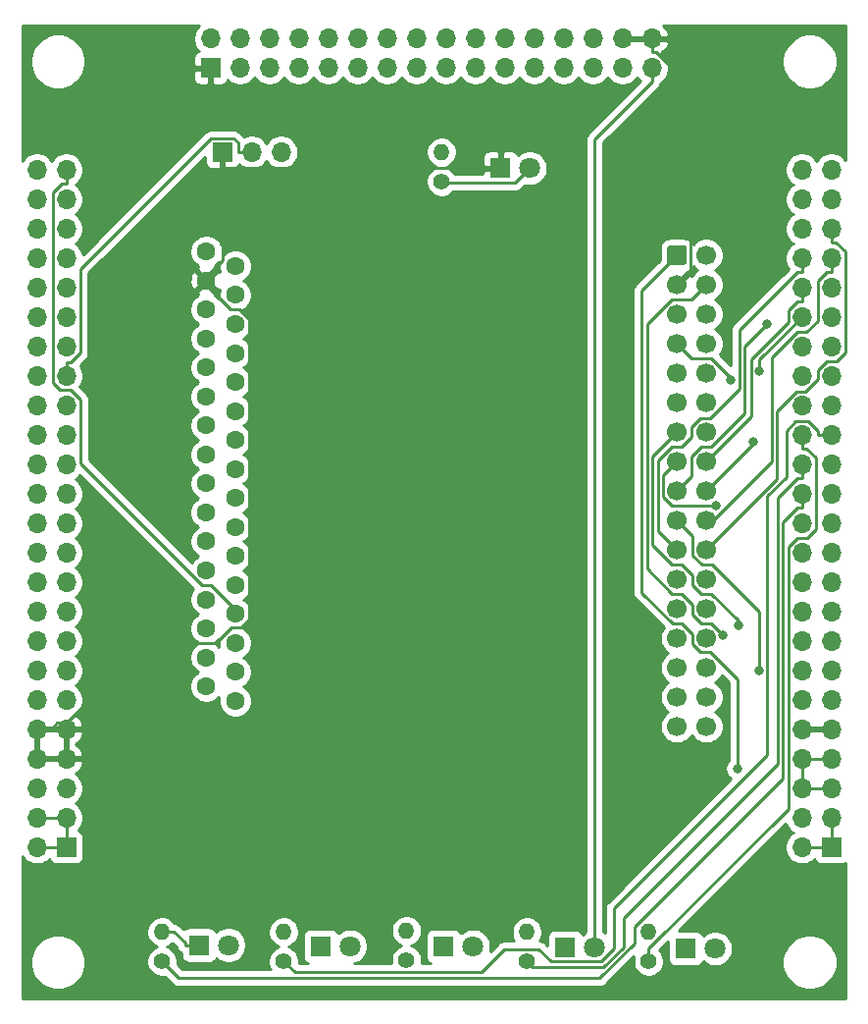
<source format=gtl>
%TF.GenerationSoftware,KiCad,Pcbnew,5.1.9+dfsg1-1*%
%TF.CreationDate,2021-12-02T21:44:04+01:00*%
%TF.ProjectId,STM32F4XX_Hat,53544d33-3246-4345-9858-5f4861742e6b,rev?*%
%TF.SameCoordinates,Original*%
%TF.FileFunction,Copper,L1,Top*%
%TF.FilePolarity,Positive*%
%FSLAX46Y46*%
G04 Gerber Fmt 4.6, Leading zero omitted, Abs format (unit mm)*
G04 Created by KiCad (PCBNEW 5.1.9+dfsg1-1) date 2021-12-02 21:44:04*
%MOMM*%
%LPD*%
G01*
G04 APERTURE LIST*
%TA.AperFunction,ComponentPad*%
%ADD10O,1.400000X1.400000*%
%TD*%
%TA.AperFunction,ComponentPad*%
%ADD11C,1.400000*%
%TD*%
%TA.AperFunction,ComponentPad*%
%ADD12O,1.700000X1.700000*%
%TD*%
%TA.AperFunction,ComponentPad*%
%ADD13R,1.700000X1.700000*%
%TD*%
%TA.AperFunction,ComponentPad*%
%ADD14C,1.800000*%
%TD*%
%TA.AperFunction,ComponentPad*%
%ADD15R,1.800000X1.800000*%
%TD*%
%TA.AperFunction,ComponentPad*%
%ADD16C,1.700000*%
%TD*%
%TA.AperFunction,ComponentPad*%
%ADD17C,1.600000*%
%TD*%
%TA.AperFunction,ViaPad*%
%ADD18C,0.800000*%
%TD*%
%TA.AperFunction,Conductor*%
%ADD19C,0.250000*%
%TD*%
%TA.AperFunction,Conductor*%
%ADD20C,0.254000*%
%TD*%
%TA.AperFunction,Conductor*%
%ADD21C,0.100000*%
%TD*%
G04 APERTURE END LIST*
D10*
%TO.P,R6,2*%
%TO.N,Net-(D6-Pad1)*%
X166851000Y-131121000D03*
D11*
%TO.P,R6,1*%
%TO.N,/KANA*%
X166851000Y-133661000D03*
%TD*%
D10*
%TO.P,R5,2*%
%TO.N,Net-(D5-Pad1)*%
X135351000Y-131121000D03*
D11*
%TO.P,R5,1*%
%TO.N,/CAPSLK*%
X135351000Y-133661000D03*
%TD*%
D10*
%TO.P,R4,2*%
%TO.N,Net-(D4-Pad1)*%
X156351000Y-131121000D03*
D11*
%TO.P,R4,1*%
%TO.N,/COMPOSE*%
X156351000Y-133661000D03*
%TD*%
D10*
%TO.P,R3,2*%
%TO.N,Net-(D3-Pad1)*%
X145951000Y-131021000D03*
D11*
%TO.P,R3,1*%
%TO.N,/PA4*%
X145951000Y-133561000D03*
%TD*%
D10*
%TO.P,R2,2*%
%TO.N,Net-(D2-Pad1)*%
X124851000Y-131121000D03*
D11*
%TO.P,R2,1*%
%TO.N,/NUM_LK*%
X124851000Y-133661000D03*
%TD*%
D12*
%TO.P,J6,3*%
%TO.N,/PA9-TXD1*%
X135131000Y-63881000D03*
%TO.P,J6,2*%
%TO.N,/PA10-RXD1*%
X132591000Y-63881000D03*
D13*
%TO.P,J6,1*%
%TO.N,GND*%
X130051000Y-63881000D03*
%TD*%
D14*
%TO.P,D6,2*%
%TO.N,+3V3*%
X172591000Y-132561000D03*
D15*
%TO.P,D6,1*%
%TO.N,Net-(D6-Pad1)*%
X170051000Y-132561000D03*
%TD*%
D14*
%TO.P,D5,2*%
%TO.N,+3V3*%
X141091000Y-132361000D03*
D15*
%TO.P,D5,1*%
%TO.N,Net-(D5-Pad1)*%
X138551000Y-132361000D03*
%TD*%
D14*
%TO.P,D4,2*%
%TO.N,+3V3*%
X162191000Y-132461000D03*
D15*
%TO.P,D4,1*%
%TO.N,Net-(D4-Pad1)*%
X159651000Y-132461000D03*
%TD*%
D14*
%TO.P,D3,2*%
%TO.N,+3V3*%
X151691000Y-132361000D03*
D15*
%TO.P,D3,1*%
%TO.N,Net-(D3-Pad1)*%
X149151000Y-132361000D03*
%TD*%
D14*
%TO.P,D2,2*%
%TO.N,+3V3*%
X130591000Y-132261000D03*
D15*
%TO.P,D2,1*%
%TO.N,Net-(D2-Pad1)*%
X128051000Y-132261000D03*
%TD*%
%TO.P,D1,1*%
%TO.N,GND*%
X154051000Y-65261000D03*
D14*
%TO.P,D1,2*%
%TO.N,~LED*%
X156591000Y-65261000D03*
%TD*%
D13*
%TO.P,J1,1*%
%TO.N,GND*%
X129032000Y-56642000D03*
D12*
%TO.P,J1,2*%
%TO.N,Net-(J1-Pad2)*%
X129032000Y-54102000D03*
%TO.P,J1,3*%
%TO.N,Net-(J1-Pad3)*%
X131572000Y-56642000D03*
%TO.P,J1,4*%
%TO.N,Net-(J1-Pad4)*%
X131572000Y-54102000D03*
%TO.P,J1,5*%
%TO.N,Net-(J1-Pad5)*%
X134112000Y-56642000D03*
%TO.P,J1,6*%
%TO.N,Net-(J1-Pad6)*%
X134112000Y-54102000D03*
%TO.P,J1,7*%
%TO.N,Net-(J1-Pad7)*%
X136652000Y-56642000D03*
%TO.P,J1,8*%
%TO.N,Net-(J1-Pad8)*%
X136652000Y-54102000D03*
%TO.P,J1,9*%
%TO.N,Net-(J1-Pad9)*%
X139192000Y-56642000D03*
%TO.P,J1,10*%
%TO.N,Net-(J1-Pad10)*%
X139192000Y-54102000D03*
%TO.P,J1,11*%
%TO.N,Net-(J1-Pad11)*%
X141732000Y-56642000D03*
%TO.P,J1,12*%
%TO.N,Net-(J1-Pad12)*%
X141732000Y-54102000D03*
%TO.P,J1,13*%
%TO.N,Net-(J1-Pad13)*%
X144272000Y-56642000D03*
%TO.P,J1,14*%
%TO.N,Net-(J1-Pad14)*%
X144272000Y-54102000D03*
%TO.P,J1,15*%
%TO.N,Net-(J1-Pad15)*%
X146812000Y-56642000D03*
%TO.P,J1,16*%
%TO.N,Net-(J1-Pad16)*%
X146812000Y-54102000D03*
%TO.P,J1,17*%
%TO.N,Net-(J1-Pad17)*%
X149352000Y-56642000D03*
%TO.P,J1,18*%
%TO.N,Net-(J1-Pad18)*%
X149352000Y-54102000D03*
%TO.P,J1,19*%
%TO.N,Net-(J1-Pad19)*%
X151892000Y-56642000D03*
%TO.P,J1,20*%
%TO.N,Net-(J1-Pad20)*%
X151892000Y-54102000D03*
%TO.P,J1,21*%
%TO.N,Net-(J1-Pad21)*%
X154432000Y-56642000D03*
%TO.P,J1,22*%
%TO.N,Net-(J1-Pad22)*%
X154432000Y-54102000D03*
%TO.P,J1,23*%
%TO.N,Net-(J1-Pad23)*%
X156972000Y-56642000D03*
%TO.P,J1,24*%
%TO.N,Net-(J1-Pad24)*%
X156972000Y-54102000D03*
%TO.P,J1,25*%
%TO.N,Net-(J1-Pad25)*%
X159512000Y-56642000D03*
%TO.P,J1,26*%
%TO.N,Net-(J1-Pad26)*%
X159512000Y-54102000D03*
%TO.P,J1,27*%
%TO.N,Net-(J1-Pad27)*%
X162052000Y-56642000D03*
%TO.P,J1,28*%
%TO.N,Net-(J1-Pad28)*%
X162052000Y-54102000D03*
%TO.P,J1,29*%
%TO.N,Net-(J1-Pad29)*%
X164592000Y-56642000D03*
%TO.P,J1,30*%
%TO.N,GND*%
X164592000Y-54102000D03*
%TO.P,J1,31*%
%TO.N,+3V3*%
X167132000Y-56642000D03*
%TO.P,J1,32*%
%TO.N,GND*%
X167132000Y-54102000D03*
%TD*%
D13*
%TO.P,J2,1*%
%TO.N,+5V*%
X182626000Y-123825000D03*
D12*
%TO.P,J2,2*%
X180086000Y-123825000D03*
%TO.P,J2,3*%
X182626000Y-121285000D03*
%TO.P,J2,4*%
X180086000Y-121285000D03*
%TO.P,J2,5*%
%TO.N,+3V3*%
X182626000Y-118745000D03*
%TO.P,J2,6*%
X180086000Y-118745000D03*
%TO.P,J2,7*%
X182626000Y-116205000D03*
%TO.P,J2,8*%
X180086000Y-116205000D03*
%TO.P,J2,9*%
%TO.N,GND*%
X182626000Y-113665000D03*
%TO.P,J2,10*%
X180086000Y-113665000D03*
%TO.P,J2,11*%
%TO.N,/PE2*%
X182626000Y-111125000D03*
%TO.P,J2,12*%
%TO.N,/PE3*%
X180086000Y-111125000D03*
%TO.P,J2,13*%
%TO.N,/PE4*%
X182626000Y-108585000D03*
%TO.P,J2,14*%
%TO.N,IN_4*%
X180086000Y-108585000D03*
%TO.P,J2,15*%
%TO.N,IN_6*%
X182626000Y-106045000D03*
%TO.P,J2,16*%
%TO.N,/PC13*%
X180086000Y-106045000D03*
%TO.P,J2,17*%
%TO.N,OUT_1*%
X182626000Y-103505000D03*
%TO.P,J2,18*%
%TO.N,OUT_4*%
X180086000Y-103505000D03*
%TO.P,J2,19*%
%TO.N,OUT_6*%
X182626000Y-100965000D03*
%TO.P,J2,20*%
%TO.N,OUT_2*%
X180086000Y-100965000D03*
%TO.P,J2,21*%
%TO.N,/VREF-*%
X182626000Y-98425000D03*
%TO.P,J2,22*%
%TO.N,/VREF+*%
X180086000Y-98425000D03*
%TO.P,J2,23*%
%TO.N,/PA0-WK_UP*%
X182626000Y-95885000D03*
%TO.P,J2,24*%
%TO.N,/PA1*%
X180086000Y-95885000D03*
%TO.P,J2,25*%
%TO.N,/PA2*%
X182626000Y-93345000D03*
%TO.P,J2,26*%
%TO.N,/NUM_LK*%
X180086000Y-93345000D03*
%TO.P,J2,27*%
%TO.N,/PA4*%
X182626000Y-90805000D03*
%TO.P,J2,28*%
%TO.N,/COMPOSE*%
X180086000Y-90805000D03*
%TO.P,J2,29*%
%TO.N,/CAPSLK*%
X182626000Y-88265000D03*
%TO.P,J2,30*%
%TO.N,/KANA*%
X180086000Y-88265000D03*
%TO.P,J2,31*%
%TO.N,OUT_7*%
X182626000Y-85725000D03*
%TO.P,J2,32*%
%TO.N,OUT_0*%
X180086000Y-85725000D03*
%TO.P,J2,33*%
%TO.N,/PB0*%
X182626000Y-83185000D03*
%TO.P,J2,34*%
%TO.N,/PB1*%
X180086000Y-83185000D03*
%TO.P,J2,35*%
%TO.N,IN_2*%
X182626000Y-80645000D03*
%TO.P,J2,36*%
%TO.N,IN_7*%
X180086000Y-80645000D03*
%TO.P,J2,37*%
%TO.N,IN_5*%
X182626000Y-78105000D03*
%TO.P,J2,38*%
%TO.N,IN_1*%
X180086000Y-78105000D03*
%TO.P,J2,39*%
%TO.N,IN_0*%
X182626000Y-75565000D03*
%TO.P,J2,40*%
%TO.N,IN_3*%
X180086000Y-75565000D03*
%TO.P,J2,41*%
%TO.N,RSC*%
X182626000Y-73025000D03*
%TO.P,J2,42*%
%TO.N,START*%
X180086000Y-73025000D03*
%TO.P,J2,43*%
%TO.N,SELECT*%
X182626000Y-70485000D03*
%TO.P,J2,44*%
%TO.N,/PB10*%
X180086000Y-70485000D03*
%TO.P,J2,45*%
%TO.N,/PB11*%
X182626000Y-67945000D03*
%TO.P,J2,46*%
%TO.N,/PB12*%
X180086000Y-67945000D03*
%TO.P,J2,47*%
%TO.N,/PB13*%
X182626000Y-65405000D03*
%TO.P,J2,48*%
%TO.N,/PB14*%
X180086000Y-65405000D03*
%TD*%
%TO.P,J3,48*%
%TO.N,/PB15*%
X114046000Y-65405000D03*
%TO.P,J3,47*%
%TO.N,OUT_FN*%
X116586000Y-65405000D03*
%TO.P,J3,46*%
%TO.N,/PD9*%
X114046000Y-67945000D03*
%TO.P,J3,45*%
%TO.N,/PD10*%
X116586000Y-67945000D03*
%TO.P,J3,44*%
%TO.N,/PD11*%
X114046000Y-70485000D03*
%TO.P,J3,43*%
%TO.N,/PD12*%
X116586000Y-70485000D03*
%TO.P,J3,42*%
%TO.N,/PD13*%
X114046000Y-73025000D03*
%TO.P,J3,41*%
%TO.N,/PD14*%
X116586000Y-73025000D03*
%TO.P,J3,40*%
%TO.N,/PD15*%
X114046000Y-75565000D03*
%TO.P,J3,39*%
%TO.N,OUT_3*%
X116586000Y-75565000D03*
%TO.P,J3,38*%
%TO.N,OUT_5*%
X114046000Y-78105000D03*
%TO.P,J3,37*%
%TO.N,/PC8*%
X116586000Y-78105000D03*
%TO.P,J3,36*%
%TO.N,/PC9*%
X114046000Y-80645000D03*
%TO.P,J3,35*%
%TO.N,/PA8*%
X116586000Y-80645000D03*
%TO.P,J3,34*%
%TO.N,/PA9-TXD1*%
X114046000Y-83185000D03*
%TO.P,J3,33*%
%TO.N,/PA10-RXD1*%
X116586000Y-83185000D03*
%TO.P,J3,32*%
%TO.N,/PA11-USB_DM*%
X114046000Y-85725000D03*
%TO.P,J3,31*%
%TO.N,/PA12-USB_DP*%
X116586000Y-85725000D03*
%TO.P,J3,30*%
%TO.N,/PA15-TDI_SWD*%
X114046000Y-88265000D03*
%TO.P,J3,29*%
%TO.N,/PC10*%
X116586000Y-88265000D03*
%TO.P,J3,28*%
%TO.N,/PC11*%
X114046000Y-90805000D03*
%TO.P,J3,27*%
%TO.N,/PC12*%
X116586000Y-90805000D03*
%TO.P,J3,26*%
%TO.N,OPTION*%
X114046000Y-93345000D03*
%TO.P,J3,25*%
%TO.N,RESET*%
X116586000Y-93345000D03*
%TO.P,J3,24*%
%TO.N,/PD2*%
X114046000Y-95885000D03*
%TO.P,J3,23*%
%TO.N,/PD3*%
X116586000Y-95885000D03*
%TO.P,J3,22*%
%TO.N,/PD4*%
X114046000Y-98425000D03*
%TO.P,J3,21*%
%TO.N,/PD5*%
X116586000Y-98425000D03*
%TO.P,J3,20*%
%TO.N,/PD6*%
X114046000Y-100965000D03*
%TO.P,J3,19*%
%TO.N,/PD7*%
X116586000Y-100965000D03*
%TO.P,J3,18*%
%TO.N,/PB3-TDO_SWD*%
X114046000Y-103505000D03*
%TO.P,J3,17*%
%TO.N,/PB5*%
X116586000Y-103505000D03*
%TO.P,J3,16*%
%TO.N,/PB6*%
X114046000Y-106045000D03*
%TO.P,J3,15*%
%TO.N,/PB7*%
X116586000Y-106045000D03*
%TO.P,J3,14*%
%TO.N,/PB8*%
X114046000Y-108585000D03*
%TO.P,J3,13*%
%TO.N,/PB9*%
X116586000Y-108585000D03*
%TO.P,J3,12*%
%TO.N,/PE0*%
X114046000Y-111125000D03*
%TO.P,J3,11*%
%TO.N,/PE1*%
X116586000Y-111125000D03*
%TO.P,J3,10*%
%TO.N,GND*%
X114046000Y-113665000D03*
%TO.P,J3,9*%
X116586000Y-113665000D03*
%TO.P,J3,8*%
X114046000Y-116205000D03*
%TO.P,J3,7*%
X116586000Y-116205000D03*
%TO.P,J3,6*%
%TO.N,/PB2-BOOT1*%
X114046000Y-118745000D03*
%TO.P,J3,5*%
%TO.N,/BOOT0*%
X116586000Y-118745000D03*
%TO.P,J3,4*%
%TO.N,+3V3*%
X114046000Y-121285000D03*
%TO.P,J3,3*%
X116586000Y-121285000D03*
%TO.P,J3,2*%
X114046000Y-123825000D03*
D13*
%TO.P,J3,1*%
X116586000Y-123825000D03*
%TD*%
%TO.P,J4,1*%
%TO.N,+5V*%
%TA.AperFunction,ComponentPad*%
G36*
G01*
X168441000Y-73371000D02*
X168441000Y-72171000D01*
G75*
G02*
X168691000Y-71921000I250000J0D01*
G01*
X169891000Y-71921000D01*
G75*
G02*
X170141000Y-72171000I0J-250000D01*
G01*
X170141000Y-73371000D01*
G75*
G02*
X169891000Y-73621000I-250000J0D01*
G01*
X168691000Y-73621000D01*
G75*
G02*
X168441000Y-73371000I0J250000D01*
G01*
G37*
%TD.AperFunction*%
D16*
%TO.P,J4,3*%
%TO.N,GND*%
X169291000Y-75311000D03*
%TO.P,J4,5*%
%TO.N,OUT_3*%
X169291000Y-77851000D03*
%TO.P,J4,7*%
%TO.N,OUT_7*%
X169291000Y-80391000D03*
%TO.P,J4,9*%
%TO.N,IN_7*%
X169291000Y-82931000D03*
%TO.P,J4,11*%
%TO.N,IN_1*%
X169291000Y-85471000D03*
%TO.P,J4,13*%
%TO.N,OUT_1*%
X169291000Y-88011000D03*
%TO.P,J4,15*%
%TO.N,OUT_2*%
X169291000Y-90551000D03*
%TO.P,J4,17*%
%TO.N,IN_0*%
X169291000Y-93091000D03*
%TO.P,J4,19*%
%TO.N,IN_4*%
X169291000Y-95631000D03*
%TO.P,J4,21*%
%TO.N,START*%
X169291000Y-98171000D03*
%TO.P,J4,23*%
%TO.N,OPTION*%
X169291000Y-100711000D03*
%TO.P,J4,25*%
%TO.N,LSC*%
X169291000Y-103251000D03*
%TO.P,J4,27*%
%TO.N,Net-(J4-Pad27)*%
X169291000Y-105791000D03*
%TO.P,J4,29*%
%TO.N,Net-(J4-Pad29)*%
X169291000Y-108331000D03*
%TO.P,J4,31*%
%TO.N,Net-(J4-Pad31)*%
X169291000Y-110871000D03*
%TO.P,J4,33*%
%TO.N,Net-(J4-Pad33)*%
X169291000Y-113411000D03*
%TO.P,J4,2*%
%TO.N,~LED*%
X171831000Y-72771000D03*
%TO.P,J4,4*%
%TO.N,IN_6*%
X171831000Y-75311000D03*
%TO.P,J4,6*%
%TO.N,OUT_5*%
X171831000Y-77851000D03*
%TO.P,J4,8*%
%TO.N,IN_2*%
X171831000Y-80391000D03*
%TO.P,J4,10*%
%TO.N,IN_5*%
X171831000Y-82931000D03*
%TO.P,J4,12*%
%TO.N,OUT_6*%
X171831000Y-85471000D03*
%TO.P,J4,14*%
%TO.N,OUT_4*%
X171831000Y-88011000D03*
%TO.P,J4,16*%
%TO.N,IN_3*%
X171831000Y-90551000D03*
%TO.P,J4,18*%
%TO.N,OUT_0*%
X171831000Y-93091000D03*
%TO.P,J4,20*%
%TO.N,RSC*%
X171831000Y-95631000D03*
%TO.P,J4,22*%
%TO.N,SELECT*%
X171831000Y-98171000D03*
%TO.P,J4,24*%
%TO.N,RESET*%
X171831000Y-100711000D03*
%TO.P,J4,26*%
%TO.N,OUT_FN*%
X171831000Y-103251000D03*
%TO.P,J4,28*%
%TO.N,Net-(J4-Pad28)*%
X171831000Y-105791000D03*
%TO.P,J4,30*%
%TO.N,Net-(J4-Pad30)*%
X171831000Y-108331000D03*
%TO.P,J4,32*%
%TO.N,Net-(J4-Pad32)*%
X171831000Y-110871000D03*
%TO.P,J4,34*%
%TO.N,Net-(J4-Pad34)*%
X171831000Y-113411000D03*
%TD*%
D17*
%TO.P,J5,1*%
%TO.N,+5V*%
X128671000Y-72456000D03*
%TO.P,J5,2*%
%TO.N,~LED*%
X131171000Y-73706000D03*
%TO.P,J5,3*%
%TO.N,GND*%
X128671000Y-74956000D03*
%TO.P,J5,4*%
%TO.N,IN_6*%
X131171000Y-76206000D03*
%TO.P,J5,5*%
%TO.N,OUT_3*%
X128671000Y-77456000D03*
%TO.P,J5,6*%
%TO.N,OUT_5*%
X131171000Y-78706000D03*
%TO.P,J5,7*%
%TO.N,OUT_7*%
X128671000Y-79956000D03*
%TO.P,J5,8*%
%TO.N,IN_2*%
X131171000Y-81206000D03*
%TO.P,J5,9*%
%TO.N,IN_7*%
X128671000Y-82456000D03*
%TO.P,J5,10*%
%TO.N,IN_5*%
X131171000Y-83706000D03*
%TO.P,J5,11*%
%TO.N,IN_1*%
X128671000Y-84956000D03*
%TO.P,J5,12*%
%TO.N,OUT_6*%
X131171000Y-86206000D03*
%TO.P,J5,13*%
%TO.N,OUT_1*%
X128671000Y-87456000D03*
%TO.P,J5,14*%
%TO.N,OUT_4*%
X131171000Y-88706000D03*
%TO.P,J5,15*%
%TO.N,OUT_2*%
X128671000Y-89956000D03*
%TO.P,J5,16*%
%TO.N,IN_3*%
X131171000Y-91206000D03*
%TO.P,J5,17*%
%TO.N,IN_0*%
X128671000Y-92456000D03*
%TO.P,J5,18*%
%TO.N,OUT_0*%
X131171000Y-93706000D03*
%TO.P,J5,19*%
%TO.N,IN_4*%
X128671000Y-94956000D03*
%TO.P,J5,20*%
%TO.N,RSC*%
X131171000Y-96206000D03*
%TO.P,J5,21*%
%TO.N,START*%
X128671000Y-97456000D03*
%TO.P,J5,22*%
%TO.N,SELECT*%
X131171000Y-98706000D03*
%TO.P,J5,23*%
%TO.N,OPTION*%
X128671000Y-99956000D03*
%TO.P,J5,24*%
%TO.N,RESET*%
X131171000Y-101206000D03*
%TO.P,J5,25*%
%TO.N,LSC*%
X128671000Y-102456000D03*
%TO.P,J5,26*%
%TO.N,OUT_FN*%
X131171000Y-103706000D03*
%TO.P,J5,27*%
%TO.N,Net-(J5-Pad27)*%
X128671000Y-104956000D03*
%TO.P,J5,28*%
%TO.N,Net-(J5-Pad28)*%
X131171000Y-106206000D03*
%TO.P,J5,29*%
%TO.N,Net-(J5-Pad29)*%
X128671000Y-107456000D03*
%TO.P,J5,30*%
%TO.N,Net-(J5-Pad30)*%
X131171000Y-108706000D03*
%TO.P,J5,31*%
%TO.N,Net-(J5-Pad31)*%
X128671000Y-109956000D03*
%TO.P,J5,32*%
%TO.N,Net-(J5-Pad32)*%
X131171000Y-111206000D03*
%TD*%
D11*
%TO.P,R1,1*%
%TO.N,~LED*%
X148971000Y-66421000D03*
D10*
%TO.P,R1,2*%
%TO.N,+5V*%
X148971000Y-63881000D03*
%TD*%
D18*
%TO.N,+5V*%
X174492200Y-117051800D03*
%TO.N,IN_4*%
X176383800Y-108585000D03*
%TO.N,IN_6*%
X173300800Y-105572700D03*
%TO.N,OUT_1*%
X174591500Y-104721200D03*
%TO.N,OUT_2*%
X172644500Y-94388000D03*
%TO.N,OUT_7*%
X173976300Y-83502100D03*
%TO.N,OUT_0*%
X175908900Y-88898800D03*
%TO.N,IN_1*%
X176412800Y-82754300D03*
%TO.N,IN_0*%
X177057300Y-78723000D03*
%TD*%
D19*
%TO.N,GND*%
X128671000Y-74956000D02*
X128671000Y-75346700D01*
X128671000Y-75346700D02*
X130780300Y-77456000D01*
X130780300Y-77456000D02*
X131538400Y-77456000D01*
X131538400Y-77456000D02*
X132325200Y-78242800D01*
X132325200Y-78242800D02*
X132325200Y-104191100D01*
X132325200Y-104191100D02*
X131654700Y-104861600D01*
X131654700Y-104861600D02*
X130870600Y-104861600D01*
X130870600Y-104861600D02*
X129526200Y-106206000D01*
X129526200Y-106206000D02*
X123457300Y-106206000D01*
X123457300Y-106206000D02*
X116586000Y-113077300D01*
X130051000Y-65261000D02*
X130051000Y-73234500D01*
X130051000Y-73234500D02*
X128671000Y-74614500D01*
X128671000Y-74614500D02*
X128671000Y-74956000D01*
X114046000Y-113665000D02*
X115221300Y-113665000D01*
X116586000Y-113077300D02*
X115809000Y-113077300D01*
X115809000Y-113077300D02*
X115221300Y-113665000D01*
X116586000Y-113665000D02*
X116586000Y-113077300D01*
X130051000Y-63881000D02*
X130051000Y-65261000D01*
X154051000Y-65261000D02*
X130051000Y-65261000D01*
X167132000Y-54102000D02*
X167132000Y-55277300D01*
X167132000Y-55277300D02*
X167499300Y-55277300D01*
X167499300Y-55277300D02*
X170484100Y-58262100D01*
X170484100Y-58262100D02*
X170484100Y-74117900D01*
X170484100Y-74117900D02*
X169291000Y-75311000D01*
X116586000Y-116205000D02*
X116586000Y-113665000D01*
%TO.N,~LED*%
X148971000Y-66421000D02*
X149067000Y-66517000D01*
X149067000Y-66517000D02*
X155335000Y-66517000D01*
X155335000Y-66517000D02*
X156591000Y-65261000D01*
%TO.N,+3V3*%
X180086000Y-118745000D02*
X181450700Y-118745000D01*
X180086000Y-116205000D02*
X180086000Y-118745000D01*
X182626000Y-118745000D02*
X181450700Y-118745000D01*
X167132000Y-56642000D02*
X167132000Y-57817300D01*
X162191000Y-132461000D02*
X162191000Y-62758300D01*
X162191000Y-62758300D02*
X167132000Y-57817300D01*
X180086000Y-116205000D02*
X181450700Y-116205000D01*
X182626000Y-116205000D02*
X181450700Y-116205000D01*
X116586000Y-123825000D02*
X115221300Y-123825000D01*
X116586000Y-123825000D02*
X116586000Y-121285000D01*
X114046000Y-123825000D02*
X115221300Y-123825000D01*
X116586000Y-121285000D02*
X115221300Y-121285000D01*
X114046000Y-121285000D02*
X115221300Y-121285000D01*
%TO.N,+5V*%
X169291000Y-72771000D02*
X166260600Y-75801400D01*
X166260600Y-75801400D02*
X166260600Y-101882900D01*
X166260600Y-101882900D02*
X168916600Y-104538900D01*
X168916600Y-104538900D02*
X169730900Y-104538900D01*
X169730900Y-104538900D02*
X170655600Y-105463600D01*
X170655600Y-105463600D02*
X170655600Y-106280400D01*
X170655600Y-106280400D02*
X171341600Y-106966400D01*
X171341600Y-106966400D02*
X172139400Y-106966400D01*
X172139400Y-106966400D02*
X174492200Y-109319200D01*
X174492200Y-109319200D02*
X174492200Y-117051800D01*
X182626000Y-123825000D02*
X181261300Y-123825000D01*
X182626000Y-121285000D02*
X182626000Y-123825000D01*
X180086000Y-123825000D02*
X181261300Y-123825000D01*
%TO.N,IN_4*%
X169291000Y-95631000D02*
X170655600Y-96995600D01*
X170655600Y-96995600D02*
X170655600Y-98696600D01*
X170655600Y-98696600D02*
X171439700Y-99480700D01*
X171439700Y-99480700D02*
X172321500Y-99480700D01*
X172321500Y-99480700D02*
X176383800Y-103543000D01*
X176383800Y-103543000D02*
X176383800Y-108585000D01*
%TO.N,IN_6*%
X173300800Y-105572700D02*
X172249100Y-104521000D01*
X172249100Y-104521000D02*
X171400000Y-104521000D01*
X171400000Y-104521000D02*
X170655600Y-103776600D01*
X170655600Y-103776600D02*
X170655600Y-102915300D01*
X170655600Y-102915300D02*
X169721300Y-101981000D01*
X169721300Y-101981000D02*
X168871400Y-101981000D01*
X168871400Y-101981000D02*
X166711000Y-99820600D01*
X166711000Y-99820600D02*
X166711000Y-78688800D01*
X166711000Y-78688800D02*
X168818800Y-76581000D01*
X168818800Y-76581000D02*
X170561000Y-76581000D01*
X170561000Y-76581000D02*
X171831000Y-75311000D01*
%TO.N,OUT_1*%
X174591500Y-104721200D02*
X174591500Y-104288000D01*
X174591500Y-104288000D02*
X172284500Y-101981000D01*
X172284500Y-101981000D02*
X171400000Y-101981000D01*
X171400000Y-101981000D02*
X170655600Y-101236600D01*
X170655600Y-101236600D02*
X170655600Y-100383600D01*
X170655600Y-100383600D02*
X169730900Y-99458900D01*
X169730900Y-99458900D02*
X168861000Y-99458900D01*
X168861000Y-99458900D02*
X167161500Y-97759400D01*
X167161500Y-97759400D02*
X167161500Y-90140500D01*
X167161500Y-90140500D02*
X169291000Y-88011000D01*
%TO.N,OUT_2*%
X169291000Y-90551000D02*
X168104200Y-91737800D01*
X168104200Y-91737800D02*
X168104200Y-93605500D01*
X168104200Y-93605500D02*
X168886700Y-94388000D01*
X168886700Y-94388000D02*
X172644500Y-94388000D01*
%TO.N,OUT_7*%
X169291000Y-80391000D02*
X170561000Y-81661000D01*
X170561000Y-81661000D02*
X172247800Y-81661000D01*
X172247800Y-81661000D02*
X173976300Y-83389500D01*
X173976300Y-83389500D02*
X173976300Y-83502100D01*
%TO.N,OUT_0*%
X171831000Y-93091000D02*
X175908900Y-89013100D01*
X175908900Y-89013100D02*
X175908900Y-88898800D01*
%TO.N,IN_1*%
X176412800Y-82754300D02*
X176412800Y-81778200D01*
X176412800Y-81778200D02*
X180086000Y-78105000D01*
%TO.N,IN_0*%
X177057300Y-78723000D02*
X175152000Y-80628300D01*
X175152000Y-80628300D02*
X175152000Y-86368200D01*
X175152000Y-86368200D02*
X172239200Y-89281000D01*
X172239200Y-89281000D02*
X171406800Y-89281000D01*
X171406800Y-89281000D02*
X170574400Y-90113400D01*
X170574400Y-90113400D02*
X170574400Y-91807600D01*
X170574400Y-91807600D02*
X169291000Y-93091000D01*
%TO.N,IN_3*%
X180086000Y-76740300D02*
X179718600Y-76740300D01*
X179718600Y-76740300D02*
X178910700Y-77548200D01*
X178910700Y-77548200D02*
X178910700Y-78494700D01*
X178910700Y-78494700D02*
X175687500Y-81717900D01*
X175687500Y-81717900D02*
X175687500Y-86694500D01*
X175687500Y-86694500D02*
X171831000Y-90551000D01*
X180086000Y-75565000D02*
X180086000Y-76740300D01*
%TO.N,RSC*%
X182626000Y-74200300D02*
X182258600Y-74200300D01*
X182258600Y-74200300D02*
X181450700Y-75008200D01*
X181450700Y-75008200D02*
X181450700Y-78412200D01*
X181450700Y-78412200D02*
X180487900Y-79375000D01*
X180487900Y-79375000D02*
X179679200Y-79375000D01*
X179679200Y-79375000D02*
X177481600Y-81572600D01*
X177481600Y-81572600D02*
X177481600Y-90583200D01*
X177481600Y-90583200D02*
X172433800Y-95631000D01*
X172433800Y-95631000D02*
X171831000Y-95631000D01*
X182626000Y-73025000D02*
X182626000Y-74200300D01*
%TO.N,START*%
X180086000Y-74200300D02*
X179718700Y-74200300D01*
X179718700Y-74200300D02*
X174701600Y-79217400D01*
X174701600Y-79217400D02*
X174701600Y-84327600D01*
X174701600Y-84327600D02*
X172193600Y-86835600D01*
X172193600Y-86835600D02*
X171305400Y-86835600D01*
X171305400Y-86835600D02*
X170543100Y-87597900D01*
X170543100Y-87597900D02*
X170543100Y-88450900D01*
X170543100Y-88450900D02*
X169713000Y-89281000D01*
X169713000Y-89281000D02*
X168871500Y-89281000D01*
X168871500Y-89281000D02*
X167647000Y-90505500D01*
X167647000Y-90505500D02*
X167647000Y-96527000D01*
X167647000Y-96527000D02*
X169291000Y-98171000D01*
X180086000Y-73025000D02*
X180086000Y-74200300D01*
%TO.N,SELECT*%
X182626000Y-71660300D02*
X182993400Y-71660300D01*
X182993400Y-71660300D02*
X183801300Y-72468200D01*
X183801300Y-72468200D02*
X183801300Y-81166700D01*
X183801300Y-81166700D02*
X183053000Y-81915000D01*
X183053000Y-81915000D02*
X182195000Y-81915000D01*
X182195000Y-81915000D02*
X181450600Y-82659400D01*
X181450600Y-82659400D02*
X181450600Y-83484600D01*
X181450600Y-83484600D02*
X180385600Y-84549600D01*
X180385600Y-84549600D02*
X179586500Y-84549600D01*
X179586500Y-84549600D02*
X177931900Y-86204200D01*
X177931900Y-86204200D02*
X177931900Y-92070100D01*
X177931900Y-92070100D02*
X171831000Y-98171000D01*
X182626000Y-70485000D02*
X182626000Y-71660300D01*
%TO.N,OUT_FN*%
X116586000Y-65405000D02*
X116586000Y-66580300D01*
X131171000Y-103706000D02*
X131171000Y-103315300D01*
X131171000Y-103315300D02*
X129061700Y-101206000D01*
X129061700Y-101206000D02*
X128303600Y-101206000D01*
X128303600Y-101206000D02*
X117795300Y-90697700D01*
X117795300Y-90697700D02*
X117795300Y-85216400D01*
X117795300Y-85216400D02*
X116939300Y-84360400D01*
X116939300Y-84360400D02*
X116026100Y-84360400D01*
X116026100Y-84360400D02*
X115410700Y-83745000D01*
X115410700Y-83745000D02*
X115410700Y-67388200D01*
X115410700Y-67388200D02*
X116218600Y-66580300D01*
X116218600Y-66580300D02*
X116586000Y-66580300D01*
%TO.N,/PA10-RXD1*%
X132591000Y-63881000D02*
X131415700Y-63881000D01*
X116586000Y-83185000D02*
X116586000Y-82009700D01*
X116586000Y-82009700D02*
X116953400Y-82009700D01*
X116953400Y-82009700D02*
X117761300Y-81201800D01*
X117761300Y-81201800D02*
X117761300Y-74000200D01*
X117761300Y-74000200D02*
X129055800Y-62705700D01*
X129055800Y-62705700D02*
X131048500Y-62705700D01*
X131048500Y-62705700D02*
X131415700Y-63072900D01*
X131415700Y-63072900D02*
X131415700Y-63881000D01*
%TO.N,Net-(D2-Pad1)*%
X128051000Y-132261000D02*
X126825700Y-132261000D01*
X124851000Y-131121000D02*
X125876300Y-131121000D01*
X126825700Y-132261000D02*
X126825700Y-132070400D01*
X126825700Y-132070400D02*
X125876300Y-131121000D01*
%TO.N,/NUM_LK*%
X124851000Y-133661000D02*
X126304400Y-135114400D01*
X126304400Y-135114400D02*
X162623100Y-135114400D01*
X162623100Y-135114400D02*
X165638200Y-132099300D01*
X165638200Y-132099300D02*
X165638200Y-130701800D01*
X165638200Y-130701800D02*
X178460300Y-117879700D01*
X178460300Y-117879700D02*
X178460300Y-95778700D01*
X178460300Y-95778700D02*
X179718700Y-94520300D01*
X179718700Y-94520300D02*
X180086000Y-94520300D01*
X180086000Y-93345000D02*
X180086000Y-94520300D01*
%TO.N,/COMPOSE*%
X180086000Y-90805000D02*
X180086000Y-91980300D01*
X180086000Y-91980300D02*
X179690700Y-91980300D01*
X179690700Y-91980300D02*
X178009900Y-93661100D01*
X178009900Y-93661100D02*
X178009900Y-116631400D01*
X178009900Y-116631400D02*
X164671800Y-129969500D01*
X164671800Y-129969500D02*
X164671800Y-132428800D01*
X164671800Y-132428800D02*
X162934100Y-134166500D01*
X162934100Y-134166500D02*
X156856500Y-134166500D01*
X156856500Y-134166500D02*
X156351000Y-133661000D01*
%TO.N,/CAPSLK*%
X181450700Y-88265000D02*
X181450700Y-87897700D01*
X181450700Y-87897700D02*
X180641100Y-87088100D01*
X180641100Y-87088100D02*
X179562500Y-87088100D01*
X179562500Y-87088100D02*
X178724000Y-87926600D01*
X178724000Y-87926600D02*
X178724000Y-91914900D01*
X178724000Y-91914900D02*
X177109400Y-93529500D01*
X177109400Y-93529500D02*
X177109400Y-115833100D01*
X177109400Y-115833100D02*
X163837000Y-129105500D01*
X163837000Y-129105500D02*
X163837000Y-132579900D01*
X163837000Y-132579900D02*
X162730500Y-133686400D01*
X162730500Y-133686400D02*
X158425600Y-133686400D01*
X158425600Y-133686400D02*
X157365200Y-132626000D01*
X157365200Y-132626000D02*
X154406600Y-132626000D01*
X154406600Y-132626000D02*
X152411500Y-134621100D01*
X152411500Y-134621100D02*
X136311100Y-134621100D01*
X136311100Y-134621100D02*
X135351000Y-133661000D01*
X182626000Y-88265000D02*
X181450700Y-88265000D01*
%TO.N,/KANA*%
X180086000Y-88265000D02*
X180086000Y-89440300D01*
X180086000Y-89440300D02*
X180453300Y-89440300D01*
X180453300Y-89440300D02*
X181261400Y-90248400D01*
X181261400Y-90248400D02*
X181261400Y-96410600D01*
X181261400Y-96410600D02*
X180517000Y-97155000D01*
X180517000Y-97155000D02*
X179693800Y-97155000D01*
X179693800Y-97155000D02*
X178910700Y-97938100D01*
X178910700Y-97938100D02*
X178910700Y-120511400D01*
X178910700Y-120511400D02*
X166851000Y-132571100D01*
X166851000Y-132571100D02*
X166851000Y-133661000D01*
%TD*%
D20*
%TO.N,GND*%
X127878525Y-53155368D02*
X127716010Y-53398589D01*
X127604068Y-53668842D01*
X127547000Y-53955740D01*
X127547000Y-54248260D01*
X127604068Y-54535158D01*
X127716010Y-54805411D01*
X127878525Y-55048632D01*
X128010380Y-55180487D01*
X127937820Y-55202498D01*
X127827506Y-55261463D01*
X127730815Y-55340815D01*
X127651463Y-55437506D01*
X127592498Y-55547820D01*
X127556188Y-55667518D01*
X127543928Y-55792000D01*
X127547000Y-56356250D01*
X127705750Y-56515000D01*
X128905000Y-56515000D01*
X128905000Y-56495000D01*
X129159000Y-56495000D01*
X129159000Y-56515000D01*
X129179000Y-56515000D01*
X129179000Y-56769000D01*
X129159000Y-56769000D01*
X129159000Y-57968250D01*
X129317750Y-58127000D01*
X129882000Y-58130072D01*
X130006482Y-58117812D01*
X130126180Y-58081502D01*
X130236494Y-58022537D01*
X130333185Y-57943185D01*
X130412537Y-57846494D01*
X130471502Y-57736180D01*
X130493513Y-57663620D01*
X130625368Y-57795475D01*
X130868589Y-57957990D01*
X131138842Y-58069932D01*
X131425740Y-58127000D01*
X131718260Y-58127000D01*
X132005158Y-58069932D01*
X132275411Y-57957990D01*
X132518632Y-57795475D01*
X132725475Y-57588632D01*
X132842000Y-57414240D01*
X132958525Y-57588632D01*
X133165368Y-57795475D01*
X133408589Y-57957990D01*
X133678842Y-58069932D01*
X133965740Y-58127000D01*
X134258260Y-58127000D01*
X134545158Y-58069932D01*
X134815411Y-57957990D01*
X135058632Y-57795475D01*
X135265475Y-57588632D01*
X135382000Y-57414240D01*
X135498525Y-57588632D01*
X135705368Y-57795475D01*
X135948589Y-57957990D01*
X136218842Y-58069932D01*
X136505740Y-58127000D01*
X136798260Y-58127000D01*
X137085158Y-58069932D01*
X137355411Y-57957990D01*
X137598632Y-57795475D01*
X137805475Y-57588632D01*
X137922000Y-57414240D01*
X138038525Y-57588632D01*
X138245368Y-57795475D01*
X138488589Y-57957990D01*
X138758842Y-58069932D01*
X139045740Y-58127000D01*
X139338260Y-58127000D01*
X139625158Y-58069932D01*
X139895411Y-57957990D01*
X140138632Y-57795475D01*
X140345475Y-57588632D01*
X140462000Y-57414240D01*
X140578525Y-57588632D01*
X140785368Y-57795475D01*
X141028589Y-57957990D01*
X141298842Y-58069932D01*
X141585740Y-58127000D01*
X141878260Y-58127000D01*
X142165158Y-58069932D01*
X142435411Y-57957990D01*
X142678632Y-57795475D01*
X142885475Y-57588632D01*
X143002000Y-57414240D01*
X143118525Y-57588632D01*
X143325368Y-57795475D01*
X143568589Y-57957990D01*
X143838842Y-58069932D01*
X144125740Y-58127000D01*
X144418260Y-58127000D01*
X144705158Y-58069932D01*
X144975411Y-57957990D01*
X145218632Y-57795475D01*
X145425475Y-57588632D01*
X145542000Y-57414240D01*
X145658525Y-57588632D01*
X145865368Y-57795475D01*
X146108589Y-57957990D01*
X146378842Y-58069932D01*
X146665740Y-58127000D01*
X146958260Y-58127000D01*
X147245158Y-58069932D01*
X147515411Y-57957990D01*
X147758632Y-57795475D01*
X147965475Y-57588632D01*
X148082000Y-57414240D01*
X148198525Y-57588632D01*
X148405368Y-57795475D01*
X148648589Y-57957990D01*
X148918842Y-58069932D01*
X149205740Y-58127000D01*
X149498260Y-58127000D01*
X149785158Y-58069932D01*
X150055411Y-57957990D01*
X150298632Y-57795475D01*
X150505475Y-57588632D01*
X150622000Y-57414240D01*
X150738525Y-57588632D01*
X150945368Y-57795475D01*
X151188589Y-57957990D01*
X151458842Y-58069932D01*
X151745740Y-58127000D01*
X152038260Y-58127000D01*
X152325158Y-58069932D01*
X152595411Y-57957990D01*
X152838632Y-57795475D01*
X153045475Y-57588632D01*
X153162000Y-57414240D01*
X153278525Y-57588632D01*
X153485368Y-57795475D01*
X153728589Y-57957990D01*
X153998842Y-58069932D01*
X154285740Y-58127000D01*
X154578260Y-58127000D01*
X154865158Y-58069932D01*
X155135411Y-57957990D01*
X155378632Y-57795475D01*
X155585475Y-57588632D01*
X155702000Y-57414240D01*
X155818525Y-57588632D01*
X156025368Y-57795475D01*
X156268589Y-57957990D01*
X156538842Y-58069932D01*
X156825740Y-58127000D01*
X157118260Y-58127000D01*
X157405158Y-58069932D01*
X157675411Y-57957990D01*
X157918632Y-57795475D01*
X158125475Y-57588632D01*
X158242000Y-57414240D01*
X158358525Y-57588632D01*
X158565368Y-57795475D01*
X158808589Y-57957990D01*
X159078842Y-58069932D01*
X159365740Y-58127000D01*
X159658260Y-58127000D01*
X159945158Y-58069932D01*
X160215411Y-57957990D01*
X160458632Y-57795475D01*
X160665475Y-57588632D01*
X160782000Y-57414240D01*
X160898525Y-57588632D01*
X161105368Y-57795475D01*
X161348589Y-57957990D01*
X161618842Y-58069932D01*
X161905740Y-58127000D01*
X162198260Y-58127000D01*
X162485158Y-58069932D01*
X162755411Y-57957990D01*
X162998632Y-57795475D01*
X163205475Y-57588632D01*
X163322000Y-57414240D01*
X163438525Y-57588632D01*
X163645368Y-57795475D01*
X163888589Y-57957990D01*
X164158842Y-58069932D01*
X164445740Y-58127000D01*
X164738260Y-58127000D01*
X165025158Y-58069932D01*
X165295411Y-57957990D01*
X165538632Y-57795475D01*
X165745475Y-57588632D01*
X165862000Y-57414240D01*
X165978525Y-57588632D01*
X166132196Y-57742303D01*
X161679998Y-62194501D01*
X161651000Y-62218299D01*
X161627202Y-62247297D01*
X161627201Y-62247298D01*
X161556026Y-62334024D01*
X161485454Y-62466054D01*
X161441998Y-62609315D01*
X161427324Y-62758300D01*
X161431001Y-62795633D01*
X161431000Y-131122687D01*
X161212495Y-131268688D01*
X161146056Y-131335127D01*
X161140502Y-131316820D01*
X161081537Y-131206506D01*
X161002185Y-131109815D01*
X160905494Y-131030463D01*
X160795180Y-130971498D01*
X160675482Y-130935188D01*
X160551000Y-130922928D01*
X158751000Y-130922928D01*
X158626518Y-130935188D01*
X158506820Y-130971498D01*
X158396506Y-131030463D01*
X158299815Y-131109815D01*
X158220463Y-131206506D01*
X158161498Y-131316820D01*
X158125188Y-131436518D01*
X158112928Y-131561000D01*
X158112928Y-132298927D01*
X157929004Y-132115002D01*
X157905201Y-132085999D01*
X157789476Y-131991026D01*
X157657447Y-131920454D01*
X157514186Y-131876997D01*
X157455323Y-131871199D01*
X157534061Y-131753359D01*
X157634696Y-131510405D01*
X157686000Y-131252486D01*
X157686000Y-130989514D01*
X157634696Y-130731595D01*
X157534061Y-130488641D01*
X157387962Y-130269987D01*
X157202013Y-130084038D01*
X156983359Y-129937939D01*
X156740405Y-129837304D01*
X156482486Y-129786000D01*
X156219514Y-129786000D01*
X155961595Y-129837304D01*
X155718641Y-129937939D01*
X155499987Y-130084038D01*
X155314038Y-130269987D01*
X155167939Y-130488641D01*
X155067304Y-130731595D01*
X155016000Y-130989514D01*
X155016000Y-131252486D01*
X155067304Y-131510405D01*
X155167939Y-131753359D01*
X155243203Y-131866000D01*
X154443922Y-131866000D01*
X154406599Y-131862324D01*
X154369276Y-131866000D01*
X154369267Y-131866000D01*
X154257614Y-131876997D01*
X154114353Y-131920454D01*
X153982324Y-131991026D01*
X153982322Y-131991027D01*
X153982323Y-131991027D01*
X153895596Y-132062201D01*
X153895592Y-132062205D01*
X153866599Y-132085999D01*
X153842805Y-132114992D01*
X153171470Y-132786328D01*
X153226000Y-132512184D01*
X153226000Y-132209816D01*
X153167011Y-131913257D01*
X153051299Y-131633905D01*
X152883312Y-131382495D01*
X152669505Y-131168688D01*
X152418095Y-131000701D01*
X152138743Y-130884989D01*
X151842184Y-130826000D01*
X151539816Y-130826000D01*
X151243257Y-130884989D01*
X150963905Y-131000701D01*
X150712495Y-131168688D01*
X150646056Y-131235127D01*
X150640502Y-131216820D01*
X150581537Y-131106506D01*
X150502185Y-131009815D01*
X150405494Y-130930463D01*
X150295180Y-130871498D01*
X150175482Y-130835188D01*
X150051000Y-130822928D01*
X148251000Y-130822928D01*
X148126518Y-130835188D01*
X148006820Y-130871498D01*
X147896506Y-130930463D01*
X147799815Y-131009815D01*
X147720463Y-131106506D01*
X147661498Y-131216820D01*
X147625188Y-131336518D01*
X147612928Y-131461000D01*
X147612928Y-133261000D01*
X147625188Y-133385482D01*
X147661498Y-133505180D01*
X147720463Y-133615494D01*
X147799815Y-133712185D01*
X147896506Y-133791537D01*
X148006820Y-133850502D01*
X148041757Y-133861100D01*
X147252460Y-133861100D01*
X147286000Y-133692486D01*
X147286000Y-133429514D01*
X147234696Y-133171595D01*
X147134061Y-132928641D01*
X146987962Y-132709987D01*
X146802013Y-132524038D01*
X146583359Y-132377939D01*
X146373470Y-132291000D01*
X146583359Y-132204061D01*
X146802013Y-132057962D01*
X146987962Y-131872013D01*
X147134061Y-131653359D01*
X147234696Y-131410405D01*
X147286000Y-131152486D01*
X147286000Y-130889514D01*
X147234696Y-130631595D01*
X147134061Y-130388641D01*
X146987962Y-130169987D01*
X146802013Y-129984038D01*
X146583359Y-129837939D01*
X146340405Y-129737304D01*
X146082486Y-129686000D01*
X145819514Y-129686000D01*
X145561595Y-129737304D01*
X145318641Y-129837939D01*
X145099987Y-129984038D01*
X144914038Y-130169987D01*
X144767939Y-130388641D01*
X144667304Y-130631595D01*
X144616000Y-130889514D01*
X144616000Y-131152486D01*
X144667304Y-131410405D01*
X144767939Y-131653359D01*
X144914038Y-131872013D01*
X145099987Y-132057962D01*
X145318641Y-132204061D01*
X145528530Y-132291000D01*
X145318641Y-132377939D01*
X145099987Y-132524038D01*
X144914038Y-132709987D01*
X144767939Y-132928641D01*
X144667304Y-133171595D01*
X144616000Y-133429514D01*
X144616000Y-133692486D01*
X144649540Y-133861100D01*
X141417639Y-133861100D01*
X141538743Y-133837011D01*
X141818095Y-133721299D01*
X142069505Y-133553312D01*
X142283312Y-133339505D01*
X142451299Y-133088095D01*
X142567011Y-132808743D01*
X142626000Y-132512184D01*
X142626000Y-132209816D01*
X142567011Y-131913257D01*
X142451299Y-131633905D01*
X142283312Y-131382495D01*
X142069505Y-131168688D01*
X141818095Y-131000701D01*
X141538743Y-130884989D01*
X141242184Y-130826000D01*
X140939816Y-130826000D01*
X140643257Y-130884989D01*
X140363905Y-131000701D01*
X140112495Y-131168688D01*
X140046056Y-131235127D01*
X140040502Y-131216820D01*
X139981537Y-131106506D01*
X139902185Y-131009815D01*
X139805494Y-130930463D01*
X139695180Y-130871498D01*
X139575482Y-130835188D01*
X139451000Y-130822928D01*
X137651000Y-130822928D01*
X137526518Y-130835188D01*
X137406820Y-130871498D01*
X137296506Y-130930463D01*
X137199815Y-131009815D01*
X137120463Y-131106506D01*
X137061498Y-131216820D01*
X137025188Y-131336518D01*
X137012928Y-131461000D01*
X137012928Y-133261000D01*
X137025188Y-133385482D01*
X137061498Y-133505180D01*
X137120463Y-133615494D01*
X137199815Y-133712185D01*
X137296506Y-133791537D01*
X137406820Y-133850502D01*
X137441757Y-133861100D01*
X136672352Y-133861100D01*
X136686000Y-133792486D01*
X136686000Y-133529514D01*
X136634696Y-133271595D01*
X136534061Y-133028641D01*
X136387962Y-132809987D01*
X136202013Y-132624038D01*
X135983359Y-132477939D01*
X135773470Y-132391000D01*
X135983359Y-132304061D01*
X136202013Y-132157962D01*
X136387962Y-131972013D01*
X136534061Y-131753359D01*
X136634696Y-131510405D01*
X136686000Y-131252486D01*
X136686000Y-130989514D01*
X136634696Y-130731595D01*
X136534061Y-130488641D01*
X136387962Y-130269987D01*
X136202013Y-130084038D01*
X135983359Y-129937939D01*
X135740405Y-129837304D01*
X135482486Y-129786000D01*
X135219514Y-129786000D01*
X134961595Y-129837304D01*
X134718641Y-129937939D01*
X134499987Y-130084038D01*
X134314038Y-130269987D01*
X134167939Y-130488641D01*
X134067304Y-130731595D01*
X134016000Y-130989514D01*
X134016000Y-131252486D01*
X134067304Y-131510405D01*
X134167939Y-131753359D01*
X134314038Y-131972013D01*
X134499987Y-132157962D01*
X134718641Y-132304061D01*
X134928530Y-132391000D01*
X134718641Y-132477939D01*
X134499987Y-132624038D01*
X134314038Y-132809987D01*
X134167939Y-133028641D01*
X134067304Y-133271595D01*
X134016000Y-133529514D01*
X134016000Y-133792486D01*
X134067304Y-134050405D01*
X134167939Y-134293359D01*
X134208725Y-134354400D01*
X126619202Y-134354400D01*
X126164645Y-133899843D01*
X126186000Y-133792486D01*
X126186000Y-133529514D01*
X126134696Y-133271595D01*
X126034061Y-133028641D01*
X125887962Y-132809987D01*
X125702013Y-132624038D01*
X125483359Y-132477939D01*
X125273470Y-132391000D01*
X125483359Y-132304061D01*
X125702013Y-132157962D01*
X125770237Y-132089738D01*
X126075191Y-132394692D01*
X126076697Y-132409986D01*
X126120154Y-132553247D01*
X126190726Y-132685276D01*
X126264348Y-132774985D01*
X126285699Y-132801001D01*
X126401424Y-132895974D01*
X126512928Y-132955575D01*
X126512928Y-133161000D01*
X126525188Y-133285482D01*
X126561498Y-133405180D01*
X126620463Y-133515494D01*
X126699815Y-133612185D01*
X126796506Y-133691537D01*
X126906820Y-133750502D01*
X127026518Y-133786812D01*
X127151000Y-133799072D01*
X128951000Y-133799072D01*
X129075482Y-133786812D01*
X129195180Y-133750502D01*
X129305494Y-133691537D01*
X129402185Y-133612185D01*
X129481537Y-133515494D01*
X129540502Y-133405180D01*
X129546056Y-133386873D01*
X129612495Y-133453312D01*
X129863905Y-133621299D01*
X130143257Y-133737011D01*
X130439816Y-133796000D01*
X130742184Y-133796000D01*
X131038743Y-133737011D01*
X131318095Y-133621299D01*
X131569505Y-133453312D01*
X131783312Y-133239505D01*
X131951299Y-132988095D01*
X132067011Y-132708743D01*
X132126000Y-132412184D01*
X132126000Y-132109816D01*
X132067011Y-131813257D01*
X131951299Y-131533905D01*
X131783312Y-131282495D01*
X131569505Y-131068688D01*
X131318095Y-130900701D01*
X131038743Y-130784989D01*
X130742184Y-130726000D01*
X130439816Y-130726000D01*
X130143257Y-130784989D01*
X129863905Y-130900701D01*
X129612495Y-131068688D01*
X129546056Y-131135127D01*
X129540502Y-131116820D01*
X129481537Y-131006506D01*
X129402185Y-130909815D01*
X129305494Y-130830463D01*
X129195180Y-130771498D01*
X129075482Y-130735188D01*
X128951000Y-130722928D01*
X127151000Y-130722928D01*
X127026518Y-130735188D01*
X126906820Y-130771498D01*
X126796506Y-130830463D01*
X126721841Y-130891739D01*
X126440104Y-130610002D01*
X126416301Y-130580999D01*
X126300576Y-130486026D01*
X126168547Y-130415454D01*
X126025286Y-130371997D01*
X125951250Y-130364705D01*
X125887962Y-130269987D01*
X125702013Y-130084038D01*
X125483359Y-129937939D01*
X125240405Y-129837304D01*
X124982486Y-129786000D01*
X124719514Y-129786000D01*
X124461595Y-129837304D01*
X124218641Y-129937939D01*
X123999987Y-130084038D01*
X123814038Y-130269987D01*
X123667939Y-130488641D01*
X123567304Y-130731595D01*
X123516000Y-130989514D01*
X123516000Y-131252486D01*
X123567304Y-131510405D01*
X123667939Y-131753359D01*
X123814038Y-131972013D01*
X123999987Y-132157962D01*
X124218641Y-132304061D01*
X124428530Y-132391000D01*
X124218641Y-132477939D01*
X123999987Y-132624038D01*
X123814038Y-132809987D01*
X123667939Y-133028641D01*
X123567304Y-133271595D01*
X123516000Y-133529514D01*
X123516000Y-133792486D01*
X123567304Y-134050405D01*
X123667939Y-134293359D01*
X123814038Y-134512013D01*
X123999987Y-134697962D01*
X124218641Y-134844061D01*
X124461595Y-134944696D01*
X124719514Y-134996000D01*
X124982486Y-134996000D01*
X125089843Y-134974645D01*
X125740601Y-135625403D01*
X125764399Y-135654401D01*
X125793397Y-135678199D01*
X125880123Y-135749374D01*
X126012153Y-135819946D01*
X126155414Y-135863403D01*
X126267067Y-135874400D01*
X126267077Y-135874400D01*
X126304400Y-135878076D01*
X126341722Y-135874400D01*
X162585778Y-135874400D01*
X162623100Y-135878076D01*
X162660422Y-135874400D01*
X162660433Y-135874400D01*
X162772086Y-135863403D01*
X162915347Y-135819946D01*
X163047376Y-135749374D01*
X163163101Y-135654401D01*
X163186904Y-135625397D01*
X165586111Y-133226191D01*
X165567304Y-133271595D01*
X165516000Y-133529514D01*
X165516000Y-133792486D01*
X165567304Y-134050405D01*
X165667939Y-134293359D01*
X165814038Y-134512013D01*
X165999987Y-134697962D01*
X166218641Y-134844061D01*
X166461595Y-134944696D01*
X166719514Y-134996000D01*
X166982486Y-134996000D01*
X167240405Y-134944696D01*
X167483359Y-134844061D01*
X167702013Y-134697962D01*
X167887962Y-134512013D01*
X168034061Y-134293359D01*
X168134696Y-134050405D01*
X168186000Y-133792486D01*
X168186000Y-133529514D01*
X168134696Y-133271595D01*
X168034061Y-133028641D01*
X167887962Y-132809987D01*
X167787438Y-132709463D01*
X168512928Y-131983973D01*
X168512928Y-133461000D01*
X168525188Y-133585482D01*
X168561498Y-133705180D01*
X168620463Y-133815494D01*
X168699815Y-133912185D01*
X168796506Y-133991537D01*
X168906820Y-134050502D01*
X169026518Y-134086812D01*
X169151000Y-134099072D01*
X170951000Y-134099072D01*
X171075482Y-134086812D01*
X171195180Y-134050502D01*
X171305494Y-133991537D01*
X171402185Y-133912185D01*
X171481537Y-133815494D01*
X171540502Y-133705180D01*
X171546056Y-133686873D01*
X171612495Y-133753312D01*
X171863905Y-133921299D01*
X172143257Y-134037011D01*
X172439816Y-134096000D01*
X172742184Y-134096000D01*
X173038743Y-134037011D01*
X173318095Y-133921299D01*
X173569505Y-133753312D01*
X173783312Y-133539505D01*
X173792270Y-133526098D01*
X178366000Y-133526098D01*
X178366000Y-133995902D01*
X178457654Y-134456679D01*
X178637440Y-134890721D01*
X178898450Y-135281349D01*
X179230651Y-135613550D01*
X179621279Y-135874560D01*
X180055321Y-136054346D01*
X180516098Y-136146000D01*
X180985902Y-136146000D01*
X181446679Y-136054346D01*
X181880721Y-135874560D01*
X182271349Y-135613550D01*
X182603550Y-135281349D01*
X182864560Y-134890721D01*
X183044346Y-134456679D01*
X183136000Y-133995902D01*
X183136000Y-133526098D01*
X183044346Y-133065321D01*
X182864560Y-132631279D01*
X182603550Y-132240651D01*
X182271349Y-131908450D01*
X181880721Y-131647440D01*
X181446679Y-131467654D01*
X180985902Y-131376000D01*
X180516098Y-131376000D01*
X180055321Y-131467654D01*
X179621279Y-131647440D01*
X179230651Y-131908450D01*
X178898450Y-132240651D01*
X178637440Y-132631279D01*
X178457654Y-133065321D01*
X178366000Y-133526098D01*
X173792270Y-133526098D01*
X173951299Y-133288095D01*
X174067011Y-133008743D01*
X174126000Y-132712184D01*
X174126000Y-132409816D01*
X174067011Y-132113257D01*
X173951299Y-131833905D01*
X173783312Y-131582495D01*
X173569505Y-131368688D01*
X173318095Y-131200701D01*
X173038743Y-131084989D01*
X172742184Y-131026000D01*
X172439816Y-131026000D01*
X172143257Y-131084989D01*
X171863905Y-131200701D01*
X171612495Y-131368688D01*
X171546056Y-131435127D01*
X171540502Y-131416820D01*
X171481537Y-131306506D01*
X171402185Y-131209815D01*
X171305494Y-131130463D01*
X171195180Y-131071498D01*
X171075482Y-131035188D01*
X170951000Y-131022928D01*
X169473973Y-131022928D01*
X178693413Y-121803489D01*
X178770010Y-121988411D01*
X178932525Y-122231632D01*
X179139368Y-122438475D01*
X179313760Y-122555000D01*
X179139368Y-122671525D01*
X178932525Y-122878368D01*
X178770010Y-123121589D01*
X178658068Y-123391842D01*
X178601000Y-123678740D01*
X178601000Y-123971260D01*
X178658068Y-124258158D01*
X178770010Y-124528411D01*
X178932525Y-124771632D01*
X179139368Y-124978475D01*
X179382589Y-125140990D01*
X179652842Y-125252932D01*
X179939740Y-125310000D01*
X180232260Y-125310000D01*
X180519158Y-125252932D01*
X180789411Y-125140990D01*
X181032632Y-124978475D01*
X181164487Y-124846620D01*
X181186498Y-124919180D01*
X181245463Y-125029494D01*
X181324815Y-125126185D01*
X181421506Y-125205537D01*
X181531820Y-125264502D01*
X181651518Y-125300812D01*
X181776000Y-125313072D01*
X183476000Y-125313072D01*
X183600482Y-125300812D01*
X183720180Y-125264502D01*
X183830494Y-125205537D01*
X183861001Y-125180501D01*
X183861001Y-136841000D01*
X112771000Y-136841000D01*
X112771000Y-133526098D01*
X113466000Y-133526098D01*
X113466000Y-133995902D01*
X113557654Y-134456679D01*
X113737440Y-134890721D01*
X113998450Y-135281349D01*
X114330651Y-135613550D01*
X114721279Y-135874560D01*
X115155321Y-136054346D01*
X115616098Y-136146000D01*
X116085902Y-136146000D01*
X116546679Y-136054346D01*
X116980721Y-135874560D01*
X117371349Y-135613550D01*
X117703550Y-135281349D01*
X117964560Y-134890721D01*
X118144346Y-134456679D01*
X118236000Y-133995902D01*
X118236000Y-133526098D01*
X118144346Y-133065321D01*
X117964560Y-132631279D01*
X117703550Y-132240651D01*
X117371349Y-131908450D01*
X116980721Y-131647440D01*
X116546679Y-131467654D01*
X116085902Y-131376000D01*
X115616098Y-131376000D01*
X115155321Y-131467654D01*
X114721279Y-131647440D01*
X114330651Y-131908450D01*
X113998450Y-132240651D01*
X113737440Y-132631279D01*
X113557654Y-133065321D01*
X113466000Y-133526098D01*
X112771000Y-133526098D01*
X112771000Y-124589757D01*
X112892525Y-124771632D01*
X113099368Y-124978475D01*
X113342589Y-125140990D01*
X113612842Y-125252932D01*
X113899740Y-125310000D01*
X114192260Y-125310000D01*
X114479158Y-125252932D01*
X114749411Y-125140990D01*
X114992632Y-124978475D01*
X115124487Y-124846620D01*
X115146498Y-124919180D01*
X115205463Y-125029494D01*
X115284815Y-125126185D01*
X115381506Y-125205537D01*
X115491820Y-125264502D01*
X115611518Y-125300812D01*
X115736000Y-125313072D01*
X117436000Y-125313072D01*
X117560482Y-125300812D01*
X117680180Y-125264502D01*
X117790494Y-125205537D01*
X117887185Y-125126185D01*
X117966537Y-125029494D01*
X118025502Y-124919180D01*
X118061812Y-124799482D01*
X118074072Y-124675000D01*
X118074072Y-122975000D01*
X118061812Y-122850518D01*
X118025502Y-122730820D01*
X117966537Y-122620506D01*
X117887185Y-122523815D01*
X117790494Y-122444463D01*
X117680180Y-122385498D01*
X117607620Y-122363487D01*
X117739475Y-122231632D01*
X117901990Y-121988411D01*
X118013932Y-121718158D01*
X118071000Y-121431260D01*
X118071000Y-121138740D01*
X118013932Y-120851842D01*
X117901990Y-120581589D01*
X117739475Y-120338368D01*
X117532632Y-120131525D01*
X117358240Y-120015000D01*
X117532632Y-119898475D01*
X117739475Y-119691632D01*
X117901990Y-119448411D01*
X118013932Y-119178158D01*
X118071000Y-118891260D01*
X118071000Y-118598740D01*
X118013932Y-118311842D01*
X117901990Y-118041589D01*
X117739475Y-117798368D01*
X117532632Y-117591525D01*
X117350466Y-117469805D01*
X117467355Y-117400178D01*
X117683588Y-117205269D01*
X117857641Y-116971920D01*
X117982825Y-116709099D01*
X118027476Y-116561890D01*
X117906155Y-116332000D01*
X116713000Y-116332000D01*
X116713000Y-116352000D01*
X116459000Y-116352000D01*
X116459000Y-116332000D01*
X114173000Y-116332000D01*
X114173000Y-116352000D01*
X113919000Y-116352000D01*
X113919000Y-116332000D01*
X113899000Y-116332000D01*
X113899000Y-116078000D01*
X113919000Y-116078000D01*
X113919000Y-113792000D01*
X114173000Y-113792000D01*
X114173000Y-116078000D01*
X116459000Y-116078000D01*
X116459000Y-113792000D01*
X116713000Y-113792000D01*
X116713000Y-116078000D01*
X117906155Y-116078000D01*
X118027476Y-115848110D01*
X117982825Y-115700901D01*
X117857641Y-115438080D01*
X117683588Y-115204731D01*
X117467355Y-115009822D01*
X117341745Y-114935000D01*
X117467355Y-114860178D01*
X117683588Y-114665269D01*
X117857641Y-114431920D01*
X117982825Y-114169099D01*
X118027476Y-114021890D01*
X117906155Y-113792000D01*
X116713000Y-113792000D01*
X116459000Y-113792000D01*
X114173000Y-113792000D01*
X113919000Y-113792000D01*
X113899000Y-113792000D01*
X113899000Y-113538000D01*
X113919000Y-113538000D01*
X113919000Y-113518000D01*
X114173000Y-113518000D01*
X114173000Y-113538000D01*
X116459000Y-113538000D01*
X116459000Y-113518000D01*
X116713000Y-113518000D01*
X116713000Y-113538000D01*
X117906155Y-113538000D01*
X118027476Y-113308110D01*
X117982825Y-113160901D01*
X117857641Y-112898080D01*
X117683588Y-112664731D01*
X117467355Y-112469822D01*
X117350466Y-112400195D01*
X117532632Y-112278475D01*
X117739475Y-112071632D01*
X117901990Y-111828411D01*
X118013932Y-111558158D01*
X118071000Y-111271260D01*
X118071000Y-110978740D01*
X118013932Y-110691842D01*
X117901990Y-110421589D01*
X117739475Y-110178368D01*
X117532632Y-109971525D01*
X117358240Y-109855000D01*
X117532632Y-109738475D01*
X117739475Y-109531632D01*
X117901990Y-109288411D01*
X118013932Y-109018158D01*
X118071000Y-108731260D01*
X118071000Y-108438740D01*
X118013932Y-108151842D01*
X117901990Y-107881589D01*
X117739475Y-107638368D01*
X117532632Y-107431525D01*
X117358240Y-107315000D01*
X117532632Y-107198475D01*
X117739475Y-106991632D01*
X117901990Y-106748411D01*
X118013932Y-106478158D01*
X118071000Y-106191260D01*
X118071000Y-105898740D01*
X118013932Y-105611842D01*
X117901990Y-105341589D01*
X117739475Y-105098368D01*
X117532632Y-104891525D01*
X117358240Y-104775000D01*
X117532632Y-104658475D01*
X117739475Y-104451632D01*
X117901990Y-104208411D01*
X118013932Y-103938158D01*
X118071000Y-103651260D01*
X118071000Y-103358740D01*
X118013932Y-103071842D01*
X117901990Y-102801589D01*
X117739475Y-102558368D01*
X117532632Y-102351525D01*
X117358240Y-102235000D01*
X117532632Y-102118475D01*
X117739475Y-101911632D01*
X117901990Y-101668411D01*
X118013932Y-101398158D01*
X118071000Y-101111260D01*
X118071000Y-100818740D01*
X118013932Y-100531842D01*
X117901990Y-100261589D01*
X117739475Y-100018368D01*
X117532632Y-99811525D01*
X117358240Y-99695000D01*
X117532632Y-99578475D01*
X117739475Y-99371632D01*
X117901990Y-99128411D01*
X118013932Y-98858158D01*
X118071000Y-98571260D01*
X118071000Y-98278740D01*
X118013932Y-97991842D01*
X117901990Y-97721589D01*
X117739475Y-97478368D01*
X117532632Y-97271525D01*
X117358240Y-97155000D01*
X117532632Y-97038475D01*
X117739475Y-96831632D01*
X117901990Y-96588411D01*
X118013932Y-96318158D01*
X118071000Y-96031260D01*
X118071000Y-95738740D01*
X118013932Y-95451842D01*
X117901990Y-95181589D01*
X117739475Y-94938368D01*
X117532632Y-94731525D01*
X117358240Y-94615000D01*
X117532632Y-94498475D01*
X117739475Y-94291632D01*
X117901990Y-94048411D01*
X118013932Y-93778158D01*
X118071000Y-93491260D01*
X118071000Y-93198740D01*
X118013932Y-92911842D01*
X117901990Y-92641589D01*
X117739475Y-92398368D01*
X117532632Y-92191525D01*
X117358240Y-92075000D01*
X117532632Y-91958475D01*
X117739475Y-91751632D01*
X117753476Y-91730677D01*
X127560201Y-101537403D01*
X127556363Y-101541241D01*
X127399320Y-101776273D01*
X127291147Y-102037426D01*
X127236000Y-102314665D01*
X127236000Y-102597335D01*
X127291147Y-102874574D01*
X127399320Y-103135727D01*
X127556363Y-103370759D01*
X127756241Y-103570637D01*
X127958827Y-103706000D01*
X127756241Y-103841363D01*
X127556363Y-104041241D01*
X127399320Y-104276273D01*
X127291147Y-104537426D01*
X127236000Y-104814665D01*
X127236000Y-105097335D01*
X127291147Y-105374574D01*
X127399320Y-105635727D01*
X127556363Y-105870759D01*
X127756241Y-106070637D01*
X127958827Y-106206000D01*
X127756241Y-106341363D01*
X127556363Y-106541241D01*
X127399320Y-106776273D01*
X127291147Y-107037426D01*
X127236000Y-107314665D01*
X127236000Y-107597335D01*
X127291147Y-107874574D01*
X127399320Y-108135727D01*
X127556363Y-108370759D01*
X127756241Y-108570637D01*
X127958827Y-108706000D01*
X127756241Y-108841363D01*
X127556363Y-109041241D01*
X127399320Y-109276273D01*
X127291147Y-109537426D01*
X127236000Y-109814665D01*
X127236000Y-110097335D01*
X127291147Y-110374574D01*
X127399320Y-110635727D01*
X127556363Y-110870759D01*
X127756241Y-111070637D01*
X127991273Y-111227680D01*
X128252426Y-111335853D01*
X128529665Y-111391000D01*
X128812335Y-111391000D01*
X129089574Y-111335853D01*
X129350727Y-111227680D01*
X129585759Y-111070637D01*
X129771823Y-110884573D01*
X129736000Y-111064665D01*
X129736000Y-111347335D01*
X129791147Y-111624574D01*
X129899320Y-111885727D01*
X130056363Y-112120759D01*
X130256241Y-112320637D01*
X130491273Y-112477680D01*
X130752426Y-112585853D01*
X131029665Y-112641000D01*
X131312335Y-112641000D01*
X131589574Y-112585853D01*
X131850727Y-112477680D01*
X132085759Y-112320637D01*
X132285637Y-112120759D01*
X132442680Y-111885727D01*
X132550853Y-111624574D01*
X132606000Y-111347335D01*
X132606000Y-111064665D01*
X132550853Y-110787426D01*
X132442680Y-110526273D01*
X132285637Y-110291241D01*
X132085759Y-110091363D01*
X131883173Y-109956000D01*
X132085759Y-109820637D01*
X132285637Y-109620759D01*
X132442680Y-109385727D01*
X132550853Y-109124574D01*
X132606000Y-108847335D01*
X132606000Y-108564665D01*
X132550853Y-108287426D01*
X132442680Y-108026273D01*
X132285637Y-107791241D01*
X132085759Y-107591363D01*
X131883173Y-107456000D01*
X132085759Y-107320637D01*
X132285637Y-107120759D01*
X132442680Y-106885727D01*
X132550853Y-106624574D01*
X132606000Y-106347335D01*
X132606000Y-106064665D01*
X132550853Y-105787426D01*
X132442680Y-105526273D01*
X132285637Y-105291241D01*
X132085759Y-105091363D01*
X131883173Y-104956000D01*
X132085759Y-104820637D01*
X132285637Y-104620759D01*
X132442680Y-104385727D01*
X132550853Y-104124574D01*
X132606000Y-103847335D01*
X132606000Y-103564665D01*
X132550853Y-103287426D01*
X132442680Y-103026273D01*
X132285637Y-102791241D01*
X132085759Y-102591363D01*
X131883173Y-102456000D01*
X132085759Y-102320637D01*
X132285637Y-102120759D01*
X132442680Y-101885727D01*
X132550853Y-101624574D01*
X132606000Y-101347335D01*
X132606000Y-101064665D01*
X132550853Y-100787426D01*
X132442680Y-100526273D01*
X132285637Y-100291241D01*
X132085759Y-100091363D01*
X131883173Y-99956000D01*
X132085759Y-99820637D01*
X132285637Y-99620759D01*
X132442680Y-99385727D01*
X132550853Y-99124574D01*
X132606000Y-98847335D01*
X132606000Y-98564665D01*
X132550853Y-98287426D01*
X132442680Y-98026273D01*
X132285637Y-97791241D01*
X132085759Y-97591363D01*
X131883173Y-97456000D01*
X132085759Y-97320637D01*
X132285637Y-97120759D01*
X132442680Y-96885727D01*
X132550853Y-96624574D01*
X132606000Y-96347335D01*
X132606000Y-96064665D01*
X132550853Y-95787426D01*
X132442680Y-95526273D01*
X132285637Y-95291241D01*
X132085759Y-95091363D01*
X131883173Y-94956000D01*
X132085759Y-94820637D01*
X132285637Y-94620759D01*
X132442680Y-94385727D01*
X132550853Y-94124574D01*
X132606000Y-93847335D01*
X132606000Y-93564665D01*
X132550853Y-93287426D01*
X132442680Y-93026273D01*
X132285637Y-92791241D01*
X132085759Y-92591363D01*
X131883173Y-92456000D01*
X132085759Y-92320637D01*
X132285637Y-92120759D01*
X132442680Y-91885727D01*
X132550853Y-91624574D01*
X132606000Y-91347335D01*
X132606000Y-91064665D01*
X132550853Y-90787426D01*
X132442680Y-90526273D01*
X132285637Y-90291241D01*
X132085759Y-90091363D01*
X131883173Y-89956000D01*
X132085759Y-89820637D01*
X132285637Y-89620759D01*
X132442680Y-89385727D01*
X132550853Y-89124574D01*
X132606000Y-88847335D01*
X132606000Y-88564665D01*
X132550853Y-88287426D01*
X132442680Y-88026273D01*
X132285637Y-87791241D01*
X132085759Y-87591363D01*
X131883173Y-87456000D01*
X132085759Y-87320637D01*
X132285637Y-87120759D01*
X132442680Y-86885727D01*
X132550853Y-86624574D01*
X132606000Y-86347335D01*
X132606000Y-86064665D01*
X132550853Y-85787426D01*
X132442680Y-85526273D01*
X132285637Y-85291241D01*
X132085759Y-85091363D01*
X131883173Y-84956000D01*
X132085759Y-84820637D01*
X132285637Y-84620759D01*
X132442680Y-84385727D01*
X132550853Y-84124574D01*
X132606000Y-83847335D01*
X132606000Y-83564665D01*
X132550853Y-83287426D01*
X132442680Y-83026273D01*
X132285637Y-82791241D01*
X132085759Y-82591363D01*
X131883173Y-82456000D01*
X132085759Y-82320637D01*
X132285637Y-82120759D01*
X132442680Y-81885727D01*
X132550853Y-81624574D01*
X132606000Y-81347335D01*
X132606000Y-81064665D01*
X132550853Y-80787426D01*
X132442680Y-80526273D01*
X132285637Y-80291241D01*
X132085759Y-80091363D01*
X131883173Y-79956000D01*
X132085759Y-79820637D01*
X132285637Y-79620759D01*
X132442680Y-79385727D01*
X132550853Y-79124574D01*
X132606000Y-78847335D01*
X132606000Y-78564665D01*
X132550853Y-78287426D01*
X132442680Y-78026273D01*
X132285637Y-77791241D01*
X132085759Y-77591363D01*
X131883173Y-77456000D01*
X132085759Y-77320637D01*
X132285637Y-77120759D01*
X132442680Y-76885727D01*
X132550853Y-76624574D01*
X132606000Y-76347335D01*
X132606000Y-76064665D01*
X132550853Y-75787426D01*
X132442680Y-75526273D01*
X132285637Y-75291241D01*
X132085759Y-75091363D01*
X131883173Y-74956000D01*
X132085759Y-74820637D01*
X132285637Y-74620759D01*
X132442680Y-74385727D01*
X132550853Y-74124574D01*
X132606000Y-73847335D01*
X132606000Y-73564665D01*
X132550853Y-73287426D01*
X132442680Y-73026273D01*
X132285637Y-72791241D01*
X132085759Y-72591363D01*
X131850727Y-72434320D01*
X131589574Y-72326147D01*
X131312335Y-72271000D01*
X131029665Y-72271000D01*
X130752426Y-72326147D01*
X130491273Y-72434320D01*
X130256241Y-72591363D01*
X130070177Y-72777427D01*
X130106000Y-72597335D01*
X130106000Y-72314665D01*
X130050853Y-72037426D01*
X129942680Y-71776273D01*
X129785637Y-71541241D01*
X129585759Y-71341363D01*
X129350727Y-71184320D01*
X129089574Y-71076147D01*
X128812335Y-71021000D01*
X128529665Y-71021000D01*
X128252426Y-71076147D01*
X127991273Y-71184320D01*
X127756241Y-71341363D01*
X127556363Y-71541241D01*
X127399320Y-71776273D01*
X127291147Y-72037426D01*
X127236000Y-72314665D01*
X127236000Y-72597335D01*
X127291147Y-72874574D01*
X127399320Y-73135727D01*
X127556363Y-73370759D01*
X127756241Y-73570637D01*
X127956869Y-73704692D01*
X127929486Y-73719329D01*
X127857903Y-73963298D01*
X128671000Y-74776395D01*
X129484097Y-73963298D01*
X129412514Y-73719329D01*
X129383659Y-73705676D01*
X129585759Y-73570637D01*
X129771823Y-73384573D01*
X129736000Y-73564665D01*
X129736000Y-73847335D01*
X129791147Y-74124574D01*
X129817421Y-74188006D01*
X129663702Y-74142903D01*
X128850605Y-74956000D01*
X129663702Y-75769097D01*
X129817421Y-75723994D01*
X129791147Y-75787426D01*
X129736000Y-76064665D01*
X129736000Y-76347335D01*
X129771823Y-76527427D01*
X129585759Y-76341363D01*
X129385131Y-76207308D01*
X129412514Y-76192671D01*
X129484097Y-75948702D01*
X128671000Y-75135605D01*
X127857903Y-75948702D01*
X127929486Y-76192671D01*
X127958341Y-76206324D01*
X127756241Y-76341363D01*
X127556363Y-76541241D01*
X127399320Y-76776273D01*
X127291147Y-77037426D01*
X127236000Y-77314665D01*
X127236000Y-77597335D01*
X127291147Y-77874574D01*
X127399320Y-78135727D01*
X127556363Y-78370759D01*
X127756241Y-78570637D01*
X127958827Y-78706000D01*
X127756241Y-78841363D01*
X127556363Y-79041241D01*
X127399320Y-79276273D01*
X127291147Y-79537426D01*
X127236000Y-79814665D01*
X127236000Y-80097335D01*
X127291147Y-80374574D01*
X127399320Y-80635727D01*
X127556363Y-80870759D01*
X127756241Y-81070637D01*
X127958827Y-81206000D01*
X127756241Y-81341363D01*
X127556363Y-81541241D01*
X127399320Y-81776273D01*
X127291147Y-82037426D01*
X127236000Y-82314665D01*
X127236000Y-82597335D01*
X127291147Y-82874574D01*
X127399320Y-83135727D01*
X127556363Y-83370759D01*
X127756241Y-83570637D01*
X127958827Y-83706000D01*
X127756241Y-83841363D01*
X127556363Y-84041241D01*
X127399320Y-84276273D01*
X127291147Y-84537426D01*
X127236000Y-84814665D01*
X127236000Y-85097335D01*
X127291147Y-85374574D01*
X127399320Y-85635727D01*
X127556363Y-85870759D01*
X127756241Y-86070637D01*
X127958827Y-86206000D01*
X127756241Y-86341363D01*
X127556363Y-86541241D01*
X127399320Y-86776273D01*
X127291147Y-87037426D01*
X127236000Y-87314665D01*
X127236000Y-87597335D01*
X127291147Y-87874574D01*
X127399320Y-88135727D01*
X127556363Y-88370759D01*
X127756241Y-88570637D01*
X127958827Y-88706000D01*
X127756241Y-88841363D01*
X127556363Y-89041241D01*
X127399320Y-89276273D01*
X127291147Y-89537426D01*
X127236000Y-89814665D01*
X127236000Y-90097335D01*
X127291147Y-90374574D01*
X127399320Y-90635727D01*
X127556363Y-90870759D01*
X127756241Y-91070637D01*
X127958827Y-91206000D01*
X127756241Y-91341363D01*
X127556363Y-91541241D01*
X127399320Y-91776273D01*
X127291147Y-92037426D01*
X127236000Y-92314665D01*
X127236000Y-92597335D01*
X127291147Y-92874574D01*
X127399320Y-93135727D01*
X127556363Y-93370759D01*
X127756241Y-93570637D01*
X127958827Y-93706000D01*
X127756241Y-93841363D01*
X127556363Y-94041241D01*
X127399320Y-94276273D01*
X127291147Y-94537426D01*
X127236000Y-94814665D01*
X127236000Y-95097335D01*
X127291147Y-95374574D01*
X127399320Y-95635727D01*
X127556363Y-95870759D01*
X127756241Y-96070637D01*
X127958827Y-96206000D01*
X127756241Y-96341363D01*
X127556363Y-96541241D01*
X127399320Y-96776273D01*
X127291147Y-97037426D01*
X127236000Y-97314665D01*
X127236000Y-97597335D01*
X127291147Y-97874574D01*
X127399320Y-98135727D01*
X127556363Y-98370759D01*
X127756241Y-98570637D01*
X127958827Y-98706000D01*
X127756241Y-98841363D01*
X127556363Y-99041241D01*
X127419089Y-99246686D01*
X118555300Y-90382899D01*
X118555300Y-85253723D01*
X118558976Y-85216400D01*
X118555300Y-85179077D01*
X118555300Y-85179067D01*
X118544303Y-85067414D01*
X118500846Y-84924153D01*
X118430274Y-84792124D01*
X118335301Y-84676399D01*
X118306303Y-84652601D01*
X117757843Y-84104142D01*
X117901990Y-83888411D01*
X118013932Y-83618158D01*
X118071000Y-83331260D01*
X118071000Y-83038740D01*
X118013932Y-82751842D01*
X117901990Y-82481589D01*
X117763531Y-82274370D01*
X118272304Y-81765598D01*
X118301301Y-81741801D01*
X118351554Y-81680568D01*
X118396274Y-81626077D01*
X118466846Y-81494047D01*
X118477493Y-81458947D01*
X118510303Y-81350786D01*
X118521300Y-81239133D01*
X118521300Y-81239124D01*
X118524976Y-81201801D01*
X118521300Y-81164478D01*
X118521300Y-75026512D01*
X127230783Y-75026512D01*
X127272213Y-75306130D01*
X127367397Y-75572292D01*
X127434329Y-75697514D01*
X127678298Y-75769097D01*
X128491395Y-74956000D01*
X127678298Y-74142903D01*
X127434329Y-74214486D01*
X127313429Y-74469996D01*
X127244700Y-74744184D01*
X127230783Y-75026512D01*
X118521300Y-75026512D01*
X118521300Y-74315001D01*
X128565433Y-64270869D01*
X128562928Y-64731000D01*
X128575188Y-64855482D01*
X128611498Y-64975180D01*
X128670463Y-65085494D01*
X128749815Y-65182185D01*
X128846506Y-65261537D01*
X128956820Y-65320502D01*
X129076518Y-65356812D01*
X129201000Y-65369072D01*
X129765250Y-65366000D01*
X129924000Y-65207250D01*
X129924000Y-64008000D01*
X129904000Y-64008000D01*
X129904000Y-63754000D01*
X129924000Y-63754000D01*
X129924000Y-63734000D01*
X130178000Y-63734000D01*
X130178000Y-63754000D01*
X130198000Y-63754000D01*
X130198000Y-64008000D01*
X130178000Y-64008000D01*
X130178000Y-65207250D01*
X130336750Y-65366000D01*
X130901000Y-65369072D01*
X131025482Y-65356812D01*
X131145180Y-65320502D01*
X131255494Y-65261537D01*
X131352185Y-65182185D01*
X131431537Y-65085494D01*
X131490502Y-64975180D01*
X131512513Y-64902620D01*
X131644368Y-65034475D01*
X131887589Y-65196990D01*
X132157842Y-65308932D01*
X132444740Y-65366000D01*
X132737260Y-65366000D01*
X133024158Y-65308932D01*
X133294411Y-65196990D01*
X133537632Y-65034475D01*
X133744475Y-64827632D01*
X133861000Y-64653240D01*
X133977525Y-64827632D01*
X134184368Y-65034475D01*
X134427589Y-65196990D01*
X134697842Y-65308932D01*
X134984740Y-65366000D01*
X135277260Y-65366000D01*
X135564158Y-65308932D01*
X135834411Y-65196990D01*
X136077632Y-65034475D01*
X136284475Y-64827632D01*
X136446990Y-64584411D01*
X136558932Y-64314158D01*
X136616000Y-64027260D01*
X136616000Y-63749514D01*
X147636000Y-63749514D01*
X147636000Y-64012486D01*
X147687304Y-64270405D01*
X147787939Y-64513359D01*
X147934038Y-64732013D01*
X148119987Y-64917962D01*
X148338641Y-65064061D01*
X148548530Y-65151000D01*
X148338641Y-65237939D01*
X148119987Y-65384038D01*
X147934038Y-65569987D01*
X147787939Y-65788641D01*
X147687304Y-66031595D01*
X147636000Y-66289514D01*
X147636000Y-66552486D01*
X147687304Y-66810405D01*
X147787939Y-67053359D01*
X147934038Y-67272013D01*
X148119987Y-67457962D01*
X148338641Y-67604061D01*
X148581595Y-67704696D01*
X148839514Y-67756000D01*
X149102486Y-67756000D01*
X149360405Y-67704696D01*
X149603359Y-67604061D01*
X149822013Y-67457962D01*
X150002975Y-67277000D01*
X155297678Y-67277000D01*
X155335000Y-67280676D01*
X155372322Y-67277000D01*
X155372333Y-67277000D01*
X155483986Y-67266003D01*
X155627247Y-67222546D01*
X155759276Y-67151974D01*
X155875001Y-67057001D01*
X155898804Y-67027997D01*
X156182070Y-66744731D01*
X156439816Y-66796000D01*
X156742184Y-66796000D01*
X157038743Y-66737011D01*
X157318095Y-66621299D01*
X157569505Y-66453312D01*
X157783312Y-66239505D01*
X157951299Y-65988095D01*
X158067011Y-65708743D01*
X158126000Y-65412184D01*
X158126000Y-65109816D01*
X158067011Y-64813257D01*
X157951299Y-64533905D01*
X157783312Y-64282495D01*
X157569505Y-64068688D01*
X157318095Y-63900701D01*
X157038743Y-63784989D01*
X156742184Y-63726000D01*
X156439816Y-63726000D01*
X156143257Y-63784989D01*
X155863905Y-63900701D01*
X155612495Y-64068688D01*
X155546056Y-64135127D01*
X155540502Y-64116820D01*
X155481537Y-64006506D01*
X155402185Y-63909815D01*
X155305494Y-63830463D01*
X155195180Y-63771498D01*
X155075482Y-63735188D01*
X154951000Y-63722928D01*
X154336750Y-63726000D01*
X154178000Y-63884750D01*
X154178000Y-65134000D01*
X154198000Y-65134000D01*
X154198000Y-65388000D01*
X154178000Y-65388000D01*
X154178000Y-65408000D01*
X153924000Y-65408000D01*
X153924000Y-65388000D01*
X152674750Y-65388000D01*
X152516000Y-65546750D01*
X152514948Y-65757000D01*
X150132919Y-65757000D01*
X150007962Y-65569987D01*
X149822013Y-65384038D01*
X149603359Y-65237939D01*
X149393470Y-65151000D01*
X149603359Y-65064061D01*
X149822013Y-64917962D01*
X150007962Y-64732013D01*
X150154061Y-64513359D01*
X150217170Y-64361000D01*
X152512928Y-64361000D01*
X152516000Y-64975250D01*
X152674750Y-65134000D01*
X153924000Y-65134000D01*
X153924000Y-63884750D01*
X153765250Y-63726000D01*
X153151000Y-63722928D01*
X153026518Y-63735188D01*
X152906820Y-63771498D01*
X152796506Y-63830463D01*
X152699815Y-63909815D01*
X152620463Y-64006506D01*
X152561498Y-64116820D01*
X152525188Y-64236518D01*
X152512928Y-64361000D01*
X150217170Y-64361000D01*
X150254696Y-64270405D01*
X150306000Y-64012486D01*
X150306000Y-63749514D01*
X150254696Y-63491595D01*
X150154061Y-63248641D01*
X150007962Y-63029987D01*
X149822013Y-62844038D01*
X149603359Y-62697939D01*
X149360405Y-62597304D01*
X149102486Y-62546000D01*
X148839514Y-62546000D01*
X148581595Y-62597304D01*
X148338641Y-62697939D01*
X148119987Y-62844038D01*
X147934038Y-63029987D01*
X147787939Y-63248641D01*
X147687304Y-63491595D01*
X147636000Y-63749514D01*
X136616000Y-63749514D01*
X136616000Y-63734740D01*
X136558932Y-63447842D01*
X136446990Y-63177589D01*
X136284475Y-62934368D01*
X136077632Y-62727525D01*
X135834411Y-62565010D01*
X135564158Y-62453068D01*
X135277260Y-62396000D01*
X134984740Y-62396000D01*
X134697842Y-62453068D01*
X134427589Y-62565010D01*
X134184368Y-62727525D01*
X133977525Y-62934368D01*
X133861000Y-63108760D01*
X133744475Y-62934368D01*
X133537632Y-62727525D01*
X133294411Y-62565010D01*
X133024158Y-62453068D01*
X132737260Y-62396000D01*
X132444740Y-62396000D01*
X132157842Y-62453068D01*
X131958089Y-62535808D01*
X131955701Y-62532899D01*
X131926698Y-62509097D01*
X131612304Y-62194703D01*
X131588501Y-62165699D01*
X131472776Y-62070726D01*
X131340747Y-62000154D01*
X131197486Y-61956697D01*
X131085833Y-61945700D01*
X131085822Y-61945700D01*
X131048500Y-61942024D01*
X131011178Y-61945700D01*
X129093122Y-61945700D01*
X129055799Y-61942024D01*
X129018476Y-61945700D01*
X129018467Y-61945700D01*
X128906814Y-61956697D01*
X128781787Y-61994623D01*
X128763553Y-62000154D01*
X128631523Y-62070726D01*
X128547883Y-62139368D01*
X128515799Y-62165699D01*
X128492001Y-62194697D01*
X118027358Y-72659341D01*
X118013932Y-72591842D01*
X117901990Y-72321589D01*
X117739475Y-72078368D01*
X117532632Y-71871525D01*
X117358240Y-71755000D01*
X117532632Y-71638475D01*
X117739475Y-71431632D01*
X117901990Y-71188411D01*
X118013932Y-70918158D01*
X118071000Y-70631260D01*
X118071000Y-70338740D01*
X118013932Y-70051842D01*
X117901990Y-69781589D01*
X117739475Y-69538368D01*
X117532632Y-69331525D01*
X117358240Y-69215000D01*
X117532632Y-69098475D01*
X117739475Y-68891632D01*
X117901990Y-68648411D01*
X118013932Y-68378158D01*
X118071000Y-68091260D01*
X118071000Y-67798740D01*
X118013932Y-67511842D01*
X117901990Y-67241589D01*
X117739475Y-66998368D01*
X117532632Y-66791525D01*
X117358240Y-66675000D01*
X117532632Y-66558475D01*
X117739475Y-66351632D01*
X117901990Y-66108411D01*
X118013932Y-65838158D01*
X118071000Y-65551260D01*
X118071000Y-65258740D01*
X118013932Y-64971842D01*
X117901990Y-64701589D01*
X117739475Y-64458368D01*
X117532632Y-64251525D01*
X117289411Y-64089010D01*
X117019158Y-63977068D01*
X116732260Y-63920000D01*
X116439740Y-63920000D01*
X116152842Y-63977068D01*
X115882589Y-64089010D01*
X115639368Y-64251525D01*
X115432525Y-64458368D01*
X115316000Y-64632760D01*
X115199475Y-64458368D01*
X114992632Y-64251525D01*
X114749411Y-64089010D01*
X114479158Y-63977068D01*
X114192260Y-63920000D01*
X113899740Y-63920000D01*
X113612842Y-63977068D01*
X113342589Y-64089010D01*
X113099368Y-64251525D01*
X112892525Y-64458368D01*
X112771000Y-64640243D01*
X112771000Y-55826098D01*
X113466000Y-55826098D01*
X113466000Y-56295902D01*
X113557654Y-56756679D01*
X113737440Y-57190721D01*
X113998450Y-57581349D01*
X114330651Y-57913550D01*
X114721279Y-58174560D01*
X115155321Y-58354346D01*
X115616098Y-58446000D01*
X116085902Y-58446000D01*
X116546679Y-58354346D01*
X116980721Y-58174560D01*
X117371349Y-57913550D01*
X117703550Y-57581349D01*
X117763251Y-57492000D01*
X127543928Y-57492000D01*
X127556188Y-57616482D01*
X127592498Y-57736180D01*
X127651463Y-57846494D01*
X127730815Y-57943185D01*
X127827506Y-58022537D01*
X127937820Y-58081502D01*
X128057518Y-58117812D01*
X128182000Y-58130072D01*
X128746250Y-58127000D01*
X128905000Y-57968250D01*
X128905000Y-56769000D01*
X127705750Y-56769000D01*
X127547000Y-56927750D01*
X127543928Y-57492000D01*
X117763251Y-57492000D01*
X117964560Y-57190721D01*
X118144346Y-56756679D01*
X118236000Y-56295902D01*
X118236000Y-55826098D01*
X118144346Y-55365321D01*
X117964560Y-54931279D01*
X117703550Y-54540651D01*
X117371349Y-54208450D01*
X116980721Y-53947440D01*
X116546679Y-53767654D01*
X116085902Y-53676000D01*
X115616098Y-53676000D01*
X115155321Y-53767654D01*
X114721279Y-53947440D01*
X114330651Y-54208450D01*
X113998450Y-54540651D01*
X113737440Y-54931279D01*
X113557654Y-55365321D01*
X113466000Y-55826098D01*
X112771000Y-55826098D01*
X112771000Y-52961000D01*
X128072893Y-52961000D01*
X127878525Y-53155368D01*
%TA.AperFunction,Conductor*%
D21*
G36*
X127878525Y-53155368D02*
G01*
X127716010Y-53398589D01*
X127604068Y-53668842D01*
X127547000Y-53955740D01*
X127547000Y-54248260D01*
X127604068Y-54535158D01*
X127716010Y-54805411D01*
X127878525Y-55048632D01*
X128010380Y-55180487D01*
X127937820Y-55202498D01*
X127827506Y-55261463D01*
X127730815Y-55340815D01*
X127651463Y-55437506D01*
X127592498Y-55547820D01*
X127556188Y-55667518D01*
X127543928Y-55792000D01*
X127547000Y-56356250D01*
X127705750Y-56515000D01*
X128905000Y-56515000D01*
X128905000Y-56495000D01*
X129159000Y-56495000D01*
X129159000Y-56515000D01*
X129179000Y-56515000D01*
X129179000Y-56769000D01*
X129159000Y-56769000D01*
X129159000Y-57968250D01*
X129317750Y-58127000D01*
X129882000Y-58130072D01*
X130006482Y-58117812D01*
X130126180Y-58081502D01*
X130236494Y-58022537D01*
X130333185Y-57943185D01*
X130412537Y-57846494D01*
X130471502Y-57736180D01*
X130493513Y-57663620D01*
X130625368Y-57795475D01*
X130868589Y-57957990D01*
X131138842Y-58069932D01*
X131425740Y-58127000D01*
X131718260Y-58127000D01*
X132005158Y-58069932D01*
X132275411Y-57957990D01*
X132518632Y-57795475D01*
X132725475Y-57588632D01*
X132842000Y-57414240D01*
X132958525Y-57588632D01*
X133165368Y-57795475D01*
X133408589Y-57957990D01*
X133678842Y-58069932D01*
X133965740Y-58127000D01*
X134258260Y-58127000D01*
X134545158Y-58069932D01*
X134815411Y-57957990D01*
X135058632Y-57795475D01*
X135265475Y-57588632D01*
X135382000Y-57414240D01*
X135498525Y-57588632D01*
X135705368Y-57795475D01*
X135948589Y-57957990D01*
X136218842Y-58069932D01*
X136505740Y-58127000D01*
X136798260Y-58127000D01*
X137085158Y-58069932D01*
X137355411Y-57957990D01*
X137598632Y-57795475D01*
X137805475Y-57588632D01*
X137922000Y-57414240D01*
X138038525Y-57588632D01*
X138245368Y-57795475D01*
X138488589Y-57957990D01*
X138758842Y-58069932D01*
X139045740Y-58127000D01*
X139338260Y-58127000D01*
X139625158Y-58069932D01*
X139895411Y-57957990D01*
X140138632Y-57795475D01*
X140345475Y-57588632D01*
X140462000Y-57414240D01*
X140578525Y-57588632D01*
X140785368Y-57795475D01*
X141028589Y-57957990D01*
X141298842Y-58069932D01*
X141585740Y-58127000D01*
X141878260Y-58127000D01*
X142165158Y-58069932D01*
X142435411Y-57957990D01*
X142678632Y-57795475D01*
X142885475Y-57588632D01*
X143002000Y-57414240D01*
X143118525Y-57588632D01*
X143325368Y-57795475D01*
X143568589Y-57957990D01*
X143838842Y-58069932D01*
X144125740Y-58127000D01*
X144418260Y-58127000D01*
X144705158Y-58069932D01*
X144975411Y-57957990D01*
X145218632Y-57795475D01*
X145425475Y-57588632D01*
X145542000Y-57414240D01*
X145658525Y-57588632D01*
X145865368Y-57795475D01*
X146108589Y-57957990D01*
X146378842Y-58069932D01*
X146665740Y-58127000D01*
X146958260Y-58127000D01*
X147245158Y-58069932D01*
X147515411Y-57957990D01*
X147758632Y-57795475D01*
X147965475Y-57588632D01*
X148082000Y-57414240D01*
X148198525Y-57588632D01*
X148405368Y-57795475D01*
X148648589Y-57957990D01*
X148918842Y-58069932D01*
X149205740Y-58127000D01*
X149498260Y-58127000D01*
X149785158Y-58069932D01*
X150055411Y-57957990D01*
X150298632Y-57795475D01*
X150505475Y-57588632D01*
X150622000Y-57414240D01*
X150738525Y-57588632D01*
X150945368Y-57795475D01*
X151188589Y-57957990D01*
X151458842Y-58069932D01*
X151745740Y-58127000D01*
X152038260Y-58127000D01*
X152325158Y-58069932D01*
X152595411Y-57957990D01*
X152838632Y-57795475D01*
X153045475Y-57588632D01*
X153162000Y-57414240D01*
X153278525Y-57588632D01*
X153485368Y-57795475D01*
X153728589Y-57957990D01*
X153998842Y-58069932D01*
X154285740Y-58127000D01*
X154578260Y-58127000D01*
X154865158Y-58069932D01*
X155135411Y-57957990D01*
X155378632Y-57795475D01*
X155585475Y-57588632D01*
X155702000Y-57414240D01*
X155818525Y-57588632D01*
X156025368Y-57795475D01*
X156268589Y-57957990D01*
X156538842Y-58069932D01*
X156825740Y-58127000D01*
X157118260Y-58127000D01*
X157405158Y-58069932D01*
X157675411Y-57957990D01*
X157918632Y-57795475D01*
X158125475Y-57588632D01*
X158242000Y-57414240D01*
X158358525Y-57588632D01*
X158565368Y-57795475D01*
X158808589Y-57957990D01*
X159078842Y-58069932D01*
X159365740Y-58127000D01*
X159658260Y-58127000D01*
X159945158Y-58069932D01*
X160215411Y-57957990D01*
X160458632Y-57795475D01*
X160665475Y-57588632D01*
X160782000Y-57414240D01*
X160898525Y-57588632D01*
X161105368Y-57795475D01*
X161348589Y-57957990D01*
X161618842Y-58069932D01*
X161905740Y-58127000D01*
X162198260Y-58127000D01*
X162485158Y-58069932D01*
X162755411Y-57957990D01*
X162998632Y-57795475D01*
X163205475Y-57588632D01*
X163322000Y-57414240D01*
X163438525Y-57588632D01*
X163645368Y-57795475D01*
X163888589Y-57957990D01*
X164158842Y-58069932D01*
X164445740Y-58127000D01*
X164738260Y-58127000D01*
X165025158Y-58069932D01*
X165295411Y-57957990D01*
X165538632Y-57795475D01*
X165745475Y-57588632D01*
X165862000Y-57414240D01*
X165978525Y-57588632D01*
X166132196Y-57742303D01*
X161679998Y-62194501D01*
X161651000Y-62218299D01*
X161627202Y-62247297D01*
X161627201Y-62247298D01*
X161556026Y-62334024D01*
X161485454Y-62466054D01*
X161441998Y-62609315D01*
X161427324Y-62758300D01*
X161431001Y-62795633D01*
X161431000Y-131122687D01*
X161212495Y-131268688D01*
X161146056Y-131335127D01*
X161140502Y-131316820D01*
X161081537Y-131206506D01*
X161002185Y-131109815D01*
X160905494Y-131030463D01*
X160795180Y-130971498D01*
X160675482Y-130935188D01*
X160551000Y-130922928D01*
X158751000Y-130922928D01*
X158626518Y-130935188D01*
X158506820Y-130971498D01*
X158396506Y-131030463D01*
X158299815Y-131109815D01*
X158220463Y-131206506D01*
X158161498Y-131316820D01*
X158125188Y-131436518D01*
X158112928Y-131561000D01*
X158112928Y-132298927D01*
X157929004Y-132115002D01*
X157905201Y-132085999D01*
X157789476Y-131991026D01*
X157657447Y-131920454D01*
X157514186Y-131876997D01*
X157455323Y-131871199D01*
X157534061Y-131753359D01*
X157634696Y-131510405D01*
X157686000Y-131252486D01*
X157686000Y-130989514D01*
X157634696Y-130731595D01*
X157534061Y-130488641D01*
X157387962Y-130269987D01*
X157202013Y-130084038D01*
X156983359Y-129937939D01*
X156740405Y-129837304D01*
X156482486Y-129786000D01*
X156219514Y-129786000D01*
X155961595Y-129837304D01*
X155718641Y-129937939D01*
X155499987Y-130084038D01*
X155314038Y-130269987D01*
X155167939Y-130488641D01*
X155067304Y-130731595D01*
X155016000Y-130989514D01*
X155016000Y-131252486D01*
X155067304Y-131510405D01*
X155167939Y-131753359D01*
X155243203Y-131866000D01*
X154443922Y-131866000D01*
X154406599Y-131862324D01*
X154369276Y-131866000D01*
X154369267Y-131866000D01*
X154257614Y-131876997D01*
X154114353Y-131920454D01*
X153982324Y-131991026D01*
X153982322Y-131991027D01*
X153982323Y-131991027D01*
X153895596Y-132062201D01*
X153895592Y-132062205D01*
X153866599Y-132085999D01*
X153842805Y-132114992D01*
X153171470Y-132786328D01*
X153226000Y-132512184D01*
X153226000Y-132209816D01*
X153167011Y-131913257D01*
X153051299Y-131633905D01*
X152883312Y-131382495D01*
X152669505Y-131168688D01*
X152418095Y-131000701D01*
X152138743Y-130884989D01*
X151842184Y-130826000D01*
X151539816Y-130826000D01*
X151243257Y-130884989D01*
X150963905Y-131000701D01*
X150712495Y-131168688D01*
X150646056Y-131235127D01*
X150640502Y-131216820D01*
X150581537Y-131106506D01*
X150502185Y-131009815D01*
X150405494Y-130930463D01*
X150295180Y-130871498D01*
X150175482Y-130835188D01*
X150051000Y-130822928D01*
X148251000Y-130822928D01*
X148126518Y-130835188D01*
X148006820Y-130871498D01*
X147896506Y-130930463D01*
X147799815Y-131009815D01*
X147720463Y-131106506D01*
X147661498Y-131216820D01*
X147625188Y-131336518D01*
X147612928Y-131461000D01*
X147612928Y-133261000D01*
X147625188Y-133385482D01*
X147661498Y-133505180D01*
X147720463Y-133615494D01*
X147799815Y-133712185D01*
X147896506Y-133791537D01*
X148006820Y-133850502D01*
X148041757Y-133861100D01*
X147252460Y-133861100D01*
X147286000Y-133692486D01*
X147286000Y-133429514D01*
X147234696Y-133171595D01*
X147134061Y-132928641D01*
X146987962Y-132709987D01*
X146802013Y-132524038D01*
X146583359Y-132377939D01*
X146373470Y-132291000D01*
X146583359Y-132204061D01*
X146802013Y-132057962D01*
X146987962Y-131872013D01*
X147134061Y-131653359D01*
X147234696Y-131410405D01*
X147286000Y-131152486D01*
X147286000Y-130889514D01*
X147234696Y-130631595D01*
X147134061Y-130388641D01*
X146987962Y-130169987D01*
X146802013Y-129984038D01*
X146583359Y-129837939D01*
X146340405Y-129737304D01*
X146082486Y-129686000D01*
X145819514Y-129686000D01*
X145561595Y-129737304D01*
X145318641Y-129837939D01*
X145099987Y-129984038D01*
X144914038Y-130169987D01*
X144767939Y-130388641D01*
X144667304Y-130631595D01*
X144616000Y-130889514D01*
X144616000Y-131152486D01*
X144667304Y-131410405D01*
X144767939Y-131653359D01*
X144914038Y-131872013D01*
X145099987Y-132057962D01*
X145318641Y-132204061D01*
X145528530Y-132291000D01*
X145318641Y-132377939D01*
X145099987Y-132524038D01*
X144914038Y-132709987D01*
X144767939Y-132928641D01*
X144667304Y-133171595D01*
X144616000Y-133429514D01*
X144616000Y-133692486D01*
X144649540Y-133861100D01*
X141417639Y-133861100D01*
X141538743Y-133837011D01*
X141818095Y-133721299D01*
X142069505Y-133553312D01*
X142283312Y-133339505D01*
X142451299Y-133088095D01*
X142567011Y-132808743D01*
X142626000Y-132512184D01*
X142626000Y-132209816D01*
X142567011Y-131913257D01*
X142451299Y-131633905D01*
X142283312Y-131382495D01*
X142069505Y-131168688D01*
X141818095Y-131000701D01*
X141538743Y-130884989D01*
X141242184Y-130826000D01*
X140939816Y-130826000D01*
X140643257Y-130884989D01*
X140363905Y-131000701D01*
X140112495Y-131168688D01*
X140046056Y-131235127D01*
X140040502Y-131216820D01*
X139981537Y-131106506D01*
X139902185Y-131009815D01*
X139805494Y-130930463D01*
X139695180Y-130871498D01*
X139575482Y-130835188D01*
X139451000Y-130822928D01*
X137651000Y-130822928D01*
X137526518Y-130835188D01*
X137406820Y-130871498D01*
X137296506Y-130930463D01*
X137199815Y-131009815D01*
X137120463Y-131106506D01*
X137061498Y-131216820D01*
X137025188Y-131336518D01*
X137012928Y-131461000D01*
X137012928Y-133261000D01*
X137025188Y-133385482D01*
X137061498Y-133505180D01*
X137120463Y-133615494D01*
X137199815Y-133712185D01*
X137296506Y-133791537D01*
X137406820Y-133850502D01*
X137441757Y-133861100D01*
X136672352Y-133861100D01*
X136686000Y-133792486D01*
X136686000Y-133529514D01*
X136634696Y-133271595D01*
X136534061Y-133028641D01*
X136387962Y-132809987D01*
X136202013Y-132624038D01*
X135983359Y-132477939D01*
X135773470Y-132391000D01*
X135983359Y-132304061D01*
X136202013Y-132157962D01*
X136387962Y-131972013D01*
X136534061Y-131753359D01*
X136634696Y-131510405D01*
X136686000Y-131252486D01*
X136686000Y-130989514D01*
X136634696Y-130731595D01*
X136534061Y-130488641D01*
X136387962Y-130269987D01*
X136202013Y-130084038D01*
X135983359Y-129937939D01*
X135740405Y-129837304D01*
X135482486Y-129786000D01*
X135219514Y-129786000D01*
X134961595Y-129837304D01*
X134718641Y-129937939D01*
X134499987Y-130084038D01*
X134314038Y-130269987D01*
X134167939Y-130488641D01*
X134067304Y-130731595D01*
X134016000Y-130989514D01*
X134016000Y-131252486D01*
X134067304Y-131510405D01*
X134167939Y-131753359D01*
X134314038Y-131972013D01*
X134499987Y-132157962D01*
X134718641Y-132304061D01*
X134928530Y-132391000D01*
X134718641Y-132477939D01*
X134499987Y-132624038D01*
X134314038Y-132809987D01*
X134167939Y-133028641D01*
X134067304Y-133271595D01*
X134016000Y-133529514D01*
X134016000Y-133792486D01*
X134067304Y-134050405D01*
X134167939Y-134293359D01*
X134208725Y-134354400D01*
X126619202Y-134354400D01*
X126164645Y-133899843D01*
X126186000Y-133792486D01*
X126186000Y-133529514D01*
X126134696Y-133271595D01*
X126034061Y-133028641D01*
X125887962Y-132809987D01*
X125702013Y-132624038D01*
X125483359Y-132477939D01*
X125273470Y-132391000D01*
X125483359Y-132304061D01*
X125702013Y-132157962D01*
X125770237Y-132089738D01*
X126075191Y-132394692D01*
X126076697Y-132409986D01*
X126120154Y-132553247D01*
X126190726Y-132685276D01*
X126264348Y-132774985D01*
X126285699Y-132801001D01*
X126401424Y-132895974D01*
X126512928Y-132955575D01*
X126512928Y-133161000D01*
X126525188Y-133285482D01*
X126561498Y-133405180D01*
X126620463Y-133515494D01*
X126699815Y-133612185D01*
X126796506Y-133691537D01*
X126906820Y-133750502D01*
X127026518Y-133786812D01*
X127151000Y-133799072D01*
X128951000Y-133799072D01*
X129075482Y-133786812D01*
X129195180Y-133750502D01*
X129305494Y-133691537D01*
X129402185Y-133612185D01*
X129481537Y-133515494D01*
X129540502Y-133405180D01*
X129546056Y-133386873D01*
X129612495Y-133453312D01*
X129863905Y-133621299D01*
X130143257Y-133737011D01*
X130439816Y-133796000D01*
X130742184Y-133796000D01*
X131038743Y-133737011D01*
X131318095Y-133621299D01*
X131569505Y-133453312D01*
X131783312Y-133239505D01*
X131951299Y-132988095D01*
X132067011Y-132708743D01*
X132126000Y-132412184D01*
X132126000Y-132109816D01*
X132067011Y-131813257D01*
X131951299Y-131533905D01*
X131783312Y-131282495D01*
X131569505Y-131068688D01*
X131318095Y-130900701D01*
X131038743Y-130784989D01*
X130742184Y-130726000D01*
X130439816Y-130726000D01*
X130143257Y-130784989D01*
X129863905Y-130900701D01*
X129612495Y-131068688D01*
X129546056Y-131135127D01*
X129540502Y-131116820D01*
X129481537Y-131006506D01*
X129402185Y-130909815D01*
X129305494Y-130830463D01*
X129195180Y-130771498D01*
X129075482Y-130735188D01*
X128951000Y-130722928D01*
X127151000Y-130722928D01*
X127026518Y-130735188D01*
X126906820Y-130771498D01*
X126796506Y-130830463D01*
X126721841Y-130891739D01*
X126440104Y-130610002D01*
X126416301Y-130580999D01*
X126300576Y-130486026D01*
X126168547Y-130415454D01*
X126025286Y-130371997D01*
X125951250Y-130364705D01*
X125887962Y-130269987D01*
X125702013Y-130084038D01*
X125483359Y-129937939D01*
X125240405Y-129837304D01*
X124982486Y-129786000D01*
X124719514Y-129786000D01*
X124461595Y-129837304D01*
X124218641Y-129937939D01*
X123999987Y-130084038D01*
X123814038Y-130269987D01*
X123667939Y-130488641D01*
X123567304Y-130731595D01*
X123516000Y-130989514D01*
X123516000Y-131252486D01*
X123567304Y-131510405D01*
X123667939Y-131753359D01*
X123814038Y-131972013D01*
X123999987Y-132157962D01*
X124218641Y-132304061D01*
X124428530Y-132391000D01*
X124218641Y-132477939D01*
X123999987Y-132624038D01*
X123814038Y-132809987D01*
X123667939Y-133028641D01*
X123567304Y-133271595D01*
X123516000Y-133529514D01*
X123516000Y-133792486D01*
X123567304Y-134050405D01*
X123667939Y-134293359D01*
X123814038Y-134512013D01*
X123999987Y-134697962D01*
X124218641Y-134844061D01*
X124461595Y-134944696D01*
X124719514Y-134996000D01*
X124982486Y-134996000D01*
X125089843Y-134974645D01*
X125740601Y-135625403D01*
X125764399Y-135654401D01*
X125793397Y-135678199D01*
X125880123Y-135749374D01*
X126012153Y-135819946D01*
X126155414Y-135863403D01*
X126267067Y-135874400D01*
X126267077Y-135874400D01*
X126304400Y-135878076D01*
X126341722Y-135874400D01*
X162585778Y-135874400D01*
X162623100Y-135878076D01*
X162660422Y-135874400D01*
X162660433Y-135874400D01*
X162772086Y-135863403D01*
X162915347Y-135819946D01*
X163047376Y-135749374D01*
X163163101Y-135654401D01*
X163186904Y-135625397D01*
X165586111Y-133226191D01*
X165567304Y-133271595D01*
X165516000Y-133529514D01*
X165516000Y-133792486D01*
X165567304Y-134050405D01*
X165667939Y-134293359D01*
X165814038Y-134512013D01*
X165999987Y-134697962D01*
X166218641Y-134844061D01*
X166461595Y-134944696D01*
X166719514Y-134996000D01*
X166982486Y-134996000D01*
X167240405Y-134944696D01*
X167483359Y-134844061D01*
X167702013Y-134697962D01*
X167887962Y-134512013D01*
X168034061Y-134293359D01*
X168134696Y-134050405D01*
X168186000Y-133792486D01*
X168186000Y-133529514D01*
X168134696Y-133271595D01*
X168034061Y-133028641D01*
X167887962Y-132809987D01*
X167787438Y-132709463D01*
X168512928Y-131983973D01*
X168512928Y-133461000D01*
X168525188Y-133585482D01*
X168561498Y-133705180D01*
X168620463Y-133815494D01*
X168699815Y-133912185D01*
X168796506Y-133991537D01*
X168906820Y-134050502D01*
X169026518Y-134086812D01*
X169151000Y-134099072D01*
X170951000Y-134099072D01*
X171075482Y-134086812D01*
X171195180Y-134050502D01*
X171305494Y-133991537D01*
X171402185Y-133912185D01*
X171481537Y-133815494D01*
X171540502Y-133705180D01*
X171546056Y-133686873D01*
X171612495Y-133753312D01*
X171863905Y-133921299D01*
X172143257Y-134037011D01*
X172439816Y-134096000D01*
X172742184Y-134096000D01*
X173038743Y-134037011D01*
X173318095Y-133921299D01*
X173569505Y-133753312D01*
X173783312Y-133539505D01*
X173792270Y-133526098D01*
X178366000Y-133526098D01*
X178366000Y-133995902D01*
X178457654Y-134456679D01*
X178637440Y-134890721D01*
X178898450Y-135281349D01*
X179230651Y-135613550D01*
X179621279Y-135874560D01*
X180055321Y-136054346D01*
X180516098Y-136146000D01*
X180985902Y-136146000D01*
X181446679Y-136054346D01*
X181880721Y-135874560D01*
X182271349Y-135613550D01*
X182603550Y-135281349D01*
X182864560Y-134890721D01*
X183044346Y-134456679D01*
X183136000Y-133995902D01*
X183136000Y-133526098D01*
X183044346Y-133065321D01*
X182864560Y-132631279D01*
X182603550Y-132240651D01*
X182271349Y-131908450D01*
X181880721Y-131647440D01*
X181446679Y-131467654D01*
X180985902Y-131376000D01*
X180516098Y-131376000D01*
X180055321Y-131467654D01*
X179621279Y-131647440D01*
X179230651Y-131908450D01*
X178898450Y-132240651D01*
X178637440Y-132631279D01*
X178457654Y-133065321D01*
X178366000Y-133526098D01*
X173792270Y-133526098D01*
X173951299Y-133288095D01*
X174067011Y-133008743D01*
X174126000Y-132712184D01*
X174126000Y-132409816D01*
X174067011Y-132113257D01*
X173951299Y-131833905D01*
X173783312Y-131582495D01*
X173569505Y-131368688D01*
X173318095Y-131200701D01*
X173038743Y-131084989D01*
X172742184Y-131026000D01*
X172439816Y-131026000D01*
X172143257Y-131084989D01*
X171863905Y-131200701D01*
X171612495Y-131368688D01*
X171546056Y-131435127D01*
X171540502Y-131416820D01*
X171481537Y-131306506D01*
X171402185Y-131209815D01*
X171305494Y-131130463D01*
X171195180Y-131071498D01*
X171075482Y-131035188D01*
X170951000Y-131022928D01*
X169473973Y-131022928D01*
X178693413Y-121803489D01*
X178770010Y-121988411D01*
X178932525Y-122231632D01*
X179139368Y-122438475D01*
X179313760Y-122555000D01*
X179139368Y-122671525D01*
X178932525Y-122878368D01*
X178770010Y-123121589D01*
X178658068Y-123391842D01*
X178601000Y-123678740D01*
X178601000Y-123971260D01*
X178658068Y-124258158D01*
X178770010Y-124528411D01*
X178932525Y-124771632D01*
X179139368Y-124978475D01*
X179382589Y-125140990D01*
X179652842Y-125252932D01*
X179939740Y-125310000D01*
X180232260Y-125310000D01*
X180519158Y-125252932D01*
X180789411Y-125140990D01*
X181032632Y-124978475D01*
X181164487Y-124846620D01*
X181186498Y-124919180D01*
X181245463Y-125029494D01*
X181324815Y-125126185D01*
X181421506Y-125205537D01*
X181531820Y-125264502D01*
X181651518Y-125300812D01*
X181776000Y-125313072D01*
X183476000Y-125313072D01*
X183600482Y-125300812D01*
X183720180Y-125264502D01*
X183830494Y-125205537D01*
X183861001Y-125180501D01*
X183861001Y-136841000D01*
X112771000Y-136841000D01*
X112771000Y-133526098D01*
X113466000Y-133526098D01*
X113466000Y-133995902D01*
X113557654Y-134456679D01*
X113737440Y-134890721D01*
X113998450Y-135281349D01*
X114330651Y-135613550D01*
X114721279Y-135874560D01*
X115155321Y-136054346D01*
X115616098Y-136146000D01*
X116085902Y-136146000D01*
X116546679Y-136054346D01*
X116980721Y-135874560D01*
X117371349Y-135613550D01*
X117703550Y-135281349D01*
X117964560Y-134890721D01*
X118144346Y-134456679D01*
X118236000Y-133995902D01*
X118236000Y-133526098D01*
X118144346Y-133065321D01*
X117964560Y-132631279D01*
X117703550Y-132240651D01*
X117371349Y-131908450D01*
X116980721Y-131647440D01*
X116546679Y-131467654D01*
X116085902Y-131376000D01*
X115616098Y-131376000D01*
X115155321Y-131467654D01*
X114721279Y-131647440D01*
X114330651Y-131908450D01*
X113998450Y-132240651D01*
X113737440Y-132631279D01*
X113557654Y-133065321D01*
X113466000Y-133526098D01*
X112771000Y-133526098D01*
X112771000Y-124589757D01*
X112892525Y-124771632D01*
X113099368Y-124978475D01*
X113342589Y-125140990D01*
X113612842Y-125252932D01*
X113899740Y-125310000D01*
X114192260Y-125310000D01*
X114479158Y-125252932D01*
X114749411Y-125140990D01*
X114992632Y-124978475D01*
X115124487Y-124846620D01*
X115146498Y-124919180D01*
X115205463Y-125029494D01*
X115284815Y-125126185D01*
X115381506Y-125205537D01*
X115491820Y-125264502D01*
X115611518Y-125300812D01*
X115736000Y-125313072D01*
X117436000Y-125313072D01*
X117560482Y-125300812D01*
X117680180Y-125264502D01*
X117790494Y-125205537D01*
X117887185Y-125126185D01*
X117966537Y-125029494D01*
X118025502Y-124919180D01*
X118061812Y-124799482D01*
X118074072Y-124675000D01*
X118074072Y-122975000D01*
X118061812Y-122850518D01*
X118025502Y-122730820D01*
X117966537Y-122620506D01*
X117887185Y-122523815D01*
X117790494Y-122444463D01*
X117680180Y-122385498D01*
X117607620Y-122363487D01*
X117739475Y-122231632D01*
X117901990Y-121988411D01*
X118013932Y-121718158D01*
X118071000Y-121431260D01*
X118071000Y-121138740D01*
X118013932Y-120851842D01*
X117901990Y-120581589D01*
X117739475Y-120338368D01*
X117532632Y-120131525D01*
X117358240Y-120015000D01*
X117532632Y-119898475D01*
X117739475Y-119691632D01*
X117901990Y-119448411D01*
X118013932Y-119178158D01*
X118071000Y-118891260D01*
X118071000Y-118598740D01*
X118013932Y-118311842D01*
X117901990Y-118041589D01*
X117739475Y-117798368D01*
X117532632Y-117591525D01*
X117350466Y-117469805D01*
X117467355Y-117400178D01*
X117683588Y-117205269D01*
X117857641Y-116971920D01*
X117982825Y-116709099D01*
X118027476Y-116561890D01*
X117906155Y-116332000D01*
X116713000Y-116332000D01*
X116713000Y-116352000D01*
X116459000Y-116352000D01*
X116459000Y-116332000D01*
X114173000Y-116332000D01*
X114173000Y-116352000D01*
X113919000Y-116352000D01*
X113919000Y-116332000D01*
X113899000Y-116332000D01*
X113899000Y-116078000D01*
X113919000Y-116078000D01*
X113919000Y-113792000D01*
X114173000Y-113792000D01*
X114173000Y-116078000D01*
X116459000Y-116078000D01*
X116459000Y-113792000D01*
X116713000Y-113792000D01*
X116713000Y-116078000D01*
X117906155Y-116078000D01*
X118027476Y-115848110D01*
X117982825Y-115700901D01*
X117857641Y-115438080D01*
X117683588Y-115204731D01*
X117467355Y-115009822D01*
X117341745Y-114935000D01*
X117467355Y-114860178D01*
X117683588Y-114665269D01*
X117857641Y-114431920D01*
X117982825Y-114169099D01*
X118027476Y-114021890D01*
X117906155Y-113792000D01*
X116713000Y-113792000D01*
X116459000Y-113792000D01*
X114173000Y-113792000D01*
X113919000Y-113792000D01*
X113899000Y-113792000D01*
X113899000Y-113538000D01*
X113919000Y-113538000D01*
X113919000Y-113518000D01*
X114173000Y-113518000D01*
X114173000Y-113538000D01*
X116459000Y-113538000D01*
X116459000Y-113518000D01*
X116713000Y-113518000D01*
X116713000Y-113538000D01*
X117906155Y-113538000D01*
X118027476Y-113308110D01*
X117982825Y-113160901D01*
X117857641Y-112898080D01*
X117683588Y-112664731D01*
X117467355Y-112469822D01*
X117350466Y-112400195D01*
X117532632Y-112278475D01*
X117739475Y-112071632D01*
X117901990Y-111828411D01*
X118013932Y-111558158D01*
X118071000Y-111271260D01*
X118071000Y-110978740D01*
X118013932Y-110691842D01*
X117901990Y-110421589D01*
X117739475Y-110178368D01*
X117532632Y-109971525D01*
X117358240Y-109855000D01*
X117532632Y-109738475D01*
X117739475Y-109531632D01*
X117901990Y-109288411D01*
X118013932Y-109018158D01*
X118071000Y-108731260D01*
X118071000Y-108438740D01*
X118013932Y-108151842D01*
X117901990Y-107881589D01*
X117739475Y-107638368D01*
X117532632Y-107431525D01*
X117358240Y-107315000D01*
X117532632Y-107198475D01*
X117739475Y-106991632D01*
X117901990Y-106748411D01*
X118013932Y-106478158D01*
X118071000Y-106191260D01*
X118071000Y-105898740D01*
X118013932Y-105611842D01*
X117901990Y-105341589D01*
X117739475Y-105098368D01*
X117532632Y-104891525D01*
X117358240Y-104775000D01*
X117532632Y-104658475D01*
X117739475Y-104451632D01*
X117901990Y-104208411D01*
X118013932Y-103938158D01*
X118071000Y-103651260D01*
X118071000Y-103358740D01*
X118013932Y-103071842D01*
X117901990Y-102801589D01*
X117739475Y-102558368D01*
X117532632Y-102351525D01*
X117358240Y-102235000D01*
X117532632Y-102118475D01*
X117739475Y-101911632D01*
X117901990Y-101668411D01*
X118013932Y-101398158D01*
X118071000Y-101111260D01*
X118071000Y-100818740D01*
X118013932Y-100531842D01*
X117901990Y-100261589D01*
X117739475Y-100018368D01*
X117532632Y-99811525D01*
X117358240Y-99695000D01*
X117532632Y-99578475D01*
X117739475Y-99371632D01*
X117901990Y-99128411D01*
X118013932Y-98858158D01*
X118071000Y-98571260D01*
X118071000Y-98278740D01*
X118013932Y-97991842D01*
X117901990Y-97721589D01*
X117739475Y-97478368D01*
X117532632Y-97271525D01*
X117358240Y-97155000D01*
X117532632Y-97038475D01*
X117739475Y-96831632D01*
X117901990Y-96588411D01*
X118013932Y-96318158D01*
X118071000Y-96031260D01*
X118071000Y-95738740D01*
X118013932Y-95451842D01*
X117901990Y-95181589D01*
X117739475Y-94938368D01*
X117532632Y-94731525D01*
X117358240Y-94615000D01*
X117532632Y-94498475D01*
X117739475Y-94291632D01*
X117901990Y-94048411D01*
X118013932Y-93778158D01*
X118071000Y-93491260D01*
X118071000Y-93198740D01*
X118013932Y-92911842D01*
X117901990Y-92641589D01*
X117739475Y-92398368D01*
X117532632Y-92191525D01*
X117358240Y-92075000D01*
X117532632Y-91958475D01*
X117739475Y-91751632D01*
X117753476Y-91730677D01*
X127560201Y-101537403D01*
X127556363Y-101541241D01*
X127399320Y-101776273D01*
X127291147Y-102037426D01*
X127236000Y-102314665D01*
X127236000Y-102597335D01*
X127291147Y-102874574D01*
X127399320Y-103135727D01*
X127556363Y-103370759D01*
X127756241Y-103570637D01*
X127958827Y-103706000D01*
X127756241Y-103841363D01*
X127556363Y-104041241D01*
X127399320Y-104276273D01*
X127291147Y-104537426D01*
X127236000Y-104814665D01*
X127236000Y-105097335D01*
X127291147Y-105374574D01*
X127399320Y-105635727D01*
X127556363Y-105870759D01*
X127756241Y-106070637D01*
X127958827Y-106206000D01*
X127756241Y-106341363D01*
X127556363Y-106541241D01*
X127399320Y-106776273D01*
X127291147Y-107037426D01*
X127236000Y-107314665D01*
X127236000Y-107597335D01*
X127291147Y-107874574D01*
X127399320Y-108135727D01*
X127556363Y-108370759D01*
X127756241Y-108570637D01*
X127958827Y-108706000D01*
X127756241Y-108841363D01*
X127556363Y-109041241D01*
X127399320Y-109276273D01*
X127291147Y-109537426D01*
X127236000Y-109814665D01*
X127236000Y-110097335D01*
X127291147Y-110374574D01*
X127399320Y-110635727D01*
X127556363Y-110870759D01*
X127756241Y-111070637D01*
X127991273Y-111227680D01*
X128252426Y-111335853D01*
X128529665Y-111391000D01*
X128812335Y-111391000D01*
X129089574Y-111335853D01*
X129350727Y-111227680D01*
X129585759Y-111070637D01*
X129771823Y-110884573D01*
X129736000Y-111064665D01*
X129736000Y-111347335D01*
X129791147Y-111624574D01*
X129899320Y-111885727D01*
X130056363Y-112120759D01*
X130256241Y-112320637D01*
X130491273Y-112477680D01*
X130752426Y-112585853D01*
X131029665Y-112641000D01*
X131312335Y-112641000D01*
X131589574Y-112585853D01*
X131850727Y-112477680D01*
X132085759Y-112320637D01*
X132285637Y-112120759D01*
X132442680Y-111885727D01*
X132550853Y-111624574D01*
X132606000Y-111347335D01*
X132606000Y-111064665D01*
X132550853Y-110787426D01*
X132442680Y-110526273D01*
X132285637Y-110291241D01*
X132085759Y-110091363D01*
X131883173Y-109956000D01*
X132085759Y-109820637D01*
X132285637Y-109620759D01*
X132442680Y-109385727D01*
X132550853Y-109124574D01*
X132606000Y-108847335D01*
X132606000Y-108564665D01*
X132550853Y-108287426D01*
X132442680Y-108026273D01*
X132285637Y-107791241D01*
X132085759Y-107591363D01*
X131883173Y-107456000D01*
X132085759Y-107320637D01*
X132285637Y-107120759D01*
X132442680Y-106885727D01*
X132550853Y-106624574D01*
X132606000Y-106347335D01*
X132606000Y-106064665D01*
X132550853Y-105787426D01*
X132442680Y-105526273D01*
X132285637Y-105291241D01*
X132085759Y-105091363D01*
X131883173Y-104956000D01*
X132085759Y-104820637D01*
X132285637Y-104620759D01*
X132442680Y-104385727D01*
X132550853Y-104124574D01*
X132606000Y-103847335D01*
X132606000Y-103564665D01*
X132550853Y-103287426D01*
X132442680Y-103026273D01*
X132285637Y-102791241D01*
X132085759Y-102591363D01*
X131883173Y-102456000D01*
X132085759Y-102320637D01*
X132285637Y-102120759D01*
X132442680Y-101885727D01*
X132550853Y-101624574D01*
X132606000Y-101347335D01*
X132606000Y-101064665D01*
X132550853Y-100787426D01*
X132442680Y-100526273D01*
X132285637Y-100291241D01*
X132085759Y-100091363D01*
X131883173Y-99956000D01*
X132085759Y-99820637D01*
X132285637Y-99620759D01*
X132442680Y-99385727D01*
X132550853Y-99124574D01*
X132606000Y-98847335D01*
X132606000Y-98564665D01*
X132550853Y-98287426D01*
X132442680Y-98026273D01*
X132285637Y-97791241D01*
X132085759Y-97591363D01*
X131883173Y-97456000D01*
X132085759Y-97320637D01*
X132285637Y-97120759D01*
X132442680Y-96885727D01*
X132550853Y-96624574D01*
X132606000Y-96347335D01*
X132606000Y-96064665D01*
X132550853Y-95787426D01*
X132442680Y-95526273D01*
X132285637Y-95291241D01*
X132085759Y-95091363D01*
X131883173Y-94956000D01*
X132085759Y-94820637D01*
X132285637Y-94620759D01*
X132442680Y-94385727D01*
X132550853Y-94124574D01*
X132606000Y-93847335D01*
X132606000Y-93564665D01*
X132550853Y-93287426D01*
X132442680Y-93026273D01*
X132285637Y-92791241D01*
X132085759Y-92591363D01*
X131883173Y-92456000D01*
X132085759Y-92320637D01*
X132285637Y-92120759D01*
X132442680Y-91885727D01*
X132550853Y-91624574D01*
X132606000Y-91347335D01*
X132606000Y-91064665D01*
X132550853Y-90787426D01*
X132442680Y-90526273D01*
X132285637Y-90291241D01*
X132085759Y-90091363D01*
X131883173Y-89956000D01*
X132085759Y-89820637D01*
X132285637Y-89620759D01*
X132442680Y-89385727D01*
X132550853Y-89124574D01*
X132606000Y-88847335D01*
X132606000Y-88564665D01*
X132550853Y-88287426D01*
X132442680Y-88026273D01*
X132285637Y-87791241D01*
X132085759Y-87591363D01*
X131883173Y-87456000D01*
X132085759Y-87320637D01*
X132285637Y-87120759D01*
X132442680Y-86885727D01*
X132550853Y-86624574D01*
X132606000Y-86347335D01*
X132606000Y-86064665D01*
X132550853Y-85787426D01*
X132442680Y-85526273D01*
X132285637Y-85291241D01*
X132085759Y-85091363D01*
X131883173Y-84956000D01*
X132085759Y-84820637D01*
X132285637Y-84620759D01*
X132442680Y-84385727D01*
X132550853Y-84124574D01*
X132606000Y-83847335D01*
X132606000Y-83564665D01*
X132550853Y-83287426D01*
X132442680Y-83026273D01*
X132285637Y-82791241D01*
X132085759Y-82591363D01*
X131883173Y-82456000D01*
X132085759Y-82320637D01*
X132285637Y-82120759D01*
X132442680Y-81885727D01*
X132550853Y-81624574D01*
X132606000Y-81347335D01*
X132606000Y-81064665D01*
X132550853Y-80787426D01*
X132442680Y-80526273D01*
X132285637Y-80291241D01*
X132085759Y-80091363D01*
X131883173Y-79956000D01*
X132085759Y-79820637D01*
X132285637Y-79620759D01*
X132442680Y-79385727D01*
X132550853Y-79124574D01*
X132606000Y-78847335D01*
X132606000Y-78564665D01*
X132550853Y-78287426D01*
X132442680Y-78026273D01*
X132285637Y-77791241D01*
X132085759Y-77591363D01*
X131883173Y-77456000D01*
X132085759Y-77320637D01*
X132285637Y-77120759D01*
X132442680Y-76885727D01*
X132550853Y-76624574D01*
X132606000Y-76347335D01*
X132606000Y-76064665D01*
X132550853Y-75787426D01*
X132442680Y-75526273D01*
X132285637Y-75291241D01*
X132085759Y-75091363D01*
X131883173Y-74956000D01*
X132085759Y-74820637D01*
X132285637Y-74620759D01*
X132442680Y-74385727D01*
X132550853Y-74124574D01*
X132606000Y-73847335D01*
X132606000Y-73564665D01*
X132550853Y-73287426D01*
X132442680Y-73026273D01*
X132285637Y-72791241D01*
X132085759Y-72591363D01*
X131850727Y-72434320D01*
X131589574Y-72326147D01*
X131312335Y-72271000D01*
X131029665Y-72271000D01*
X130752426Y-72326147D01*
X130491273Y-72434320D01*
X130256241Y-72591363D01*
X130070177Y-72777427D01*
X130106000Y-72597335D01*
X130106000Y-72314665D01*
X130050853Y-72037426D01*
X129942680Y-71776273D01*
X129785637Y-71541241D01*
X129585759Y-71341363D01*
X129350727Y-71184320D01*
X129089574Y-71076147D01*
X128812335Y-71021000D01*
X128529665Y-71021000D01*
X128252426Y-71076147D01*
X127991273Y-71184320D01*
X127756241Y-71341363D01*
X127556363Y-71541241D01*
X127399320Y-71776273D01*
X127291147Y-72037426D01*
X127236000Y-72314665D01*
X127236000Y-72597335D01*
X127291147Y-72874574D01*
X127399320Y-73135727D01*
X127556363Y-73370759D01*
X127756241Y-73570637D01*
X127956869Y-73704692D01*
X127929486Y-73719329D01*
X127857903Y-73963298D01*
X128671000Y-74776395D01*
X129484097Y-73963298D01*
X129412514Y-73719329D01*
X129383659Y-73705676D01*
X129585759Y-73570637D01*
X129771823Y-73384573D01*
X129736000Y-73564665D01*
X129736000Y-73847335D01*
X129791147Y-74124574D01*
X129817421Y-74188006D01*
X129663702Y-74142903D01*
X128850605Y-74956000D01*
X129663702Y-75769097D01*
X129817421Y-75723994D01*
X129791147Y-75787426D01*
X129736000Y-76064665D01*
X129736000Y-76347335D01*
X129771823Y-76527427D01*
X129585759Y-76341363D01*
X129385131Y-76207308D01*
X129412514Y-76192671D01*
X129484097Y-75948702D01*
X128671000Y-75135605D01*
X127857903Y-75948702D01*
X127929486Y-76192671D01*
X127958341Y-76206324D01*
X127756241Y-76341363D01*
X127556363Y-76541241D01*
X127399320Y-76776273D01*
X127291147Y-77037426D01*
X127236000Y-77314665D01*
X127236000Y-77597335D01*
X127291147Y-77874574D01*
X127399320Y-78135727D01*
X127556363Y-78370759D01*
X127756241Y-78570637D01*
X127958827Y-78706000D01*
X127756241Y-78841363D01*
X127556363Y-79041241D01*
X127399320Y-79276273D01*
X127291147Y-79537426D01*
X127236000Y-79814665D01*
X127236000Y-80097335D01*
X127291147Y-80374574D01*
X127399320Y-80635727D01*
X127556363Y-80870759D01*
X127756241Y-81070637D01*
X127958827Y-81206000D01*
X127756241Y-81341363D01*
X127556363Y-81541241D01*
X127399320Y-81776273D01*
X127291147Y-82037426D01*
X127236000Y-82314665D01*
X127236000Y-82597335D01*
X127291147Y-82874574D01*
X127399320Y-83135727D01*
X127556363Y-83370759D01*
X127756241Y-83570637D01*
X127958827Y-83706000D01*
X127756241Y-83841363D01*
X127556363Y-84041241D01*
X127399320Y-84276273D01*
X127291147Y-84537426D01*
X127236000Y-84814665D01*
X127236000Y-85097335D01*
X127291147Y-85374574D01*
X127399320Y-85635727D01*
X127556363Y-85870759D01*
X127756241Y-86070637D01*
X127958827Y-86206000D01*
X127756241Y-86341363D01*
X127556363Y-86541241D01*
X127399320Y-86776273D01*
X127291147Y-87037426D01*
X127236000Y-87314665D01*
X127236000Y-87597335D01*
X127291147Y-87874574D01*
X127399320Y-88135727D01*
X127556363Y-88370759D01*
X127756241Y-88570637D01*
X127958827Y-88706000D01*
X127756241Y-88841363D01*
X127556363Y-89041241D01*
X127399320Y-89276273D01*
X127291147Y-89537426D01*
X127236000Y-89814665D01*
X127236000Y-90097335D01*
X127291147Y-90374574D01*
X127399320Y-90635727D01*
X127556363Y-90870759D01*
X127756241Y-91070637D01*
X127958827Y-91206000D01*
X127756241Y-91341363D01*
X127556363Y-91541241D01*
X127399320Y-91776273D01*
X127291147Y-92037426D01*
X127236000Y-92314665D01*
X127236000Y-92597335D01*
X127291147Y-92874574D01*
X127399320Y-93135727D01*
X127556363Y-93370759D01*
X127756241Y-93570637D01*
X127958827Y-93706000D01*
X127756241Y-93841363D01*
X127556363Y-94041241D01*
X127399320Y-94276273D01*
X127291147Y-94537426D01*
X127236000Y-94814665D01*
X127236000Y-95097335D01*
X127291147Y-95374574D01*
X127399320Y-95635727D01*
X127556363Y-95870759D01*
X127756241Y-96070637D01*
X127958827Y-96206000D01*
X127756241Y-96341363D01*
X127556363Y-96541241D01*
X127399320Y-96776273D01*
X127291147Y-97037426D01*
X127236000Y-97314665D01*
X127236000Y-97597335D01*
X127291147Y-97874574D01*
X127399320Y-98135727D01*
X127556363Y-98370759D01*
X127756241Y-98570637D01*
X127958827Y-98706000D01*
X127756241Y-98841363D01*
X127556363Y-99041241D01*
X127419089Y-99246686D01*
X118555300Y-90382899D01*
X118555300Y-85253723D01*
X118558976Y-85216400D01*
X118555300Y-85179077D01*
X118555300Y-85179067D01*
X118544303Y-85067414D01*
X118500846Y-84924153D01*
X118430274Y-84792124D01*
X118335301Y-84676399D01*
X118306303Y-84652601D01*
X117757843Y-84104142D01*
X117901990Y-83888411D01*
X118013932Y-83618158D01*
X118071000Y-83331260D01*
X118071000Y-83038740D01*
X118013932Y-82751842D01*
X117901990Y-82481589D01*
X117763531Y-82274370D01*
X118272304Y-81765598D01*
X118301301Y-81741801D01*
X118351554Y-81680568D01*
X118396274Y-81626077D01*
X118466846Y-81494047D01*
X118477493Y-81458947D01*
X118510303Y-81350786D01*
X118521300Y-81239133D01*
X118521300Y-81239124D01*
X118524976Y-81201801D01*
X118521300Y-81164478D01*
X118521300Y-75026512D01*
X127230783Y-75026512D01*
X127272213Y-75306130D01*
X127367397Y-75572292D01*
X127434329Y-75697514D01*
X127678298Y-75769097D01*
X128491395Y-74956000D01*
X127678298Y-74142903D01*
X127434329Y-74214486D01*
X127313429Y-74469996D01*
X127244700Y-74744184D01*
X127230783Y-75026512D01*
X118521300Y-75026512D01*
X118521300Y-74315001D01*
X128565433Y-64270869D01*
X128562928Y-64731000D01*
X128575188Y-64855482D01*
X128611498Y-64975180D01*
X128670463Y-65085494D01*
X128749815Y-65182185D01*
X128846506Y-65261537D01*
X128956820Y-65320502D01*
X129076518Y-65356812D01*
X129201000Y-65369072D01*
X129765250Y-65366000D01*
X129924000Y-65207250D01*
X129924000Y-64008000D01*
X129904000Y-64008000D01*
X129904000Y-63754000D01*
X129924000Y-63754000D01*
X129924000Y-63734000D01*
X130178000Y-63734000D01*
X130178000Y-63754000D01*
X130198000Y-63754000D01*
X130198000Y-64008000D01*
X130178000Y-64008000D01*
X130178000Y-65207250D01*
X130336750Y-65366000D01*
X130901000Y-65369072D01*
X131025482Y-65356812D01*
X131145180Y-65320502D01*
X131255494Y-65261537D01*
X131352185Y-65182185D01*
X131431537Y-65085494D01*
X131490502Y-64975180D01*
X131512513Y-64902620D01*
X131644368Y-65034475D01*
X131887589Y-65196990D01*
X132157842Y-65308932D01*
X132444740Y-65366000D01*
X132737260Y-65366000D01*
X133024158Y-65308932D01*
X133294411Y-65196990D01*
X133537632Y-65034475D01*
X133744475Y-64827632D01*
X133861000Y-64653240D01*
X133977525Y-64827632D01*
X134184368Y-65034475D01*
X134427589Y-65196990D01*
X134697842Y-65308932D01*
X134984740Y-65366000D01*
X135277260Y-65366000D01*
X135564158Y-65308932D01*
X135834411Y-65196990D01*
X136077632Y-65034475D01*
X136284475Y-64827632D01*
X136446990Y-64584411D01*
X136558932Y-64314158D01*
X136616000Y-64027260D01*
X136616000Y-63749514D01*
X147636000Y-63749514D01*
X147636000Y-64012486D01*
X147687304Y-64270405D01*
X147787939Y-64513359D01*
X147934038Y-64732013D01*
X148119987Y-64917962D01*
X148338641Y-65064061D01*
X148548530Y-65151000D01*
X148338641Y-65237939D01*
X148119987Y-65384038D01*
X147934038Y-65569987D01*
X147787939Y-65788641D01*
X147687304Y-66031595D01*
X147636000Y-66289514D01*
X147636000Y-66552486D01*
X147687304Y-66810405D01*
X147787939Y-67053359D01*
X147934038Y-67272013D01*
X148119987Y-67457962D01*
X148338641Y-67604061D01*
X148581595Y-67704696D01*
X148839514Y-67756000D01*
X149102486Y-67756000D01*
X149360405Y-67704696D01*
X149603359Y-67604061D01*
X149822013Y-67457962D01*
X150002975Y-67277000D01*
X155297678Y-67277000D01*
X155335000Y-67280676D01*
X155372322Y-67277000D01*
X155372333Y-67277000D01*
X155483986Y-67266003D01*
X155627247Y-67222546D01*
X155759276Y-67151974D01*
X155875001Y-67057001D01*
X155898804Y-67027997D01*
X156182070Y-66744731D01*
X156439816Y-66796000D01*
X156742184Y-66796000D01*
X157038743Y-66737011D01*
X157318095Y-66621299D01*
X157569505Y-66453312D01*
X157783312Y-66239505D01*
X157951299Y-65988095D01*
X158067011Y-65708743D01*
X158126000Y-65412184D01*
X158126000Y-65109816D01*
X158067011Y-64813257D01*
X157951299Y-64533905D01*
X157783312Y-64282495D01*
X157569505Y-64068688D01*
X157318095Y-63900701D01*
X157038743Y-63784989D01*
X156742184Y-63726000D01*
X156439816Y-63726000D01*
X156143257Y-63784989D01*
X155863905Y-63900701D01*
X155612495Y-64068688D01*
X155546056Y-64135127D01*
X155540502Y-64116820D01*
X155481537Y-64006506D01*
X155402185Y-63909815D01*
X155305494Y-63830463D01*
X155195180Y-63771498D01*
X155075482Y-63735188D01*
X154951000Y-63722928D01*
X154336750Y-63726000D01*
X154178000Y-63884750D01*
X154178000Y-65134000D01*
X154198000Y-65134000D01*
X154198000Y-65388000D01*
X154178000Y-65388000D01*
X154178000Y-65408000D01*
X153924000Y-65408000D01*
X153924000Y-65388000D01*
X152674750Y-65388000D01*
X152516000Y-65546750D01*
X152514948Y-65757000D01*
X150132919Y-65757000D01*
X150007962Y-65569987D01*
X149822013Y-65384038D01*
X149603359Y-65237939D01*
X149393470Y-65151000D01*
X149603359Y-65064061D01*
X149822013Y-64917962D01*
X150007962Y-64732013D01*
X150154061Y-64513359D01*
X150217170Y-64361000D01*
X152512928Y-64361000D01*
X152516000Y-64975250D01*
X152674750Y-65134000D01*
X153924000Y-65134000D01*
X153924000Y-63884750D01*
X153765250Y-63726000D01*
X153151000Y-63722928D01*
X153026518Y-63735188D01*
X152906820Y-63771498D01*
X152796506Y-63830463D01*
X152699815Y-63909815D01*
X152620463Y-64006506D01*
X152561498Y-64116820D01*
X152525188Y-64236518D01*
X152512928Y-64361000D01*
X150217170Y-64361000D01*
X150254696Y-64270405D01*
X150306000Y-64012486D01*
X150306000Y-63749514D01*
X150254696Y-63491595D01*
X150154061Y-63248641D01*
X150007962Y-63029987D01*
X149822013Y-62844038D01*
X149603359Y-62697939D01*
X149360405Y-62597304D01*
X149102486Y-62546000D01*
X148839514Y-62546000D01*
X148581595Y-62597304D01*
X148338641Y-62697939D01*
X148119987Y-62844038D01*
X147934038Y-63029987D01*
X147787939Y-63248641D01*
X147687304Y-63491595D01*
X147636000Y-63749514D01*
X136616000Y-63749514D01*
X136616000Y-63734740D01*
X136558932Y-63447842D01*
X136446990Y-63177589D01*
X136284475Y-62934368D01*
X136077632Y-62727525D01*
X135834411Y-62565010D01*
X135564158Y-62453068D01*
X135277260Y-62396000D01*
X134984740Y-62396000D01*
X134697842Y-62453068D01*
X134427589Y-62565010D01*
X134184368Y-62727525D01*
X133977525Y-62934368D01*
X133861000Y-63108760D01*
X133744475Y-62934368D01*
X133537632Y-62727525D01*
X133294411Y-62565010D01*
X133024158Y-62453068D01*
X132737260Y-62396000D01*
X132444740Y-62396000D01*
X132157842Y-62453068D01*
X131958089Y-62535808D01*
X131955701Y-62532899D01*
X131926698Y-62509097D01*
X131612304Y-62194703D01*
X131588501Y-62165699D01*
X131472776Y-62070726D01*
X131340747Y-62000154D01*
X131197486Y-61956697D01*
X131085833Y-61945700D01*
X131085822Y-61945700D01*
X131048500Y-61942024D01*
X131011178Y-61945700D01*
X129093122Y-61945700D01*
X129055799Y-61942024D01*
X129018476Y-61945700D01*
X129018467Y-61945700D01*
X128906814Y-61956697D01*
X128781787Y-61994623D01*
X128763553Y-62000154D01*
X128631523Y-62070726D01*
X128547883Y-62139368D01*
X128515799Y-62165699D01*
X128492001Y-62194697D01*
X118027358Y-72659341D01*
X118013932Y-72591842D01*
X117901990Y-72321589D01*
X117739475Y-72078368D01*
X117532632Y-71871525D01*
X117358240Y-71755000D01*
X117532632Y-71638475D01*
X117739475Y-71431632D01*
X117901990Y-71188411D01*
X118013932Y-70918158D01*
X118071000Y-70631260D01*
X118071000Y-70338740D01*
X118013932Y-70051842D01*
X117901990Y-69781589D01*
X117739475Y-69538368D01*
X117532632Y-69331525D01*
X117358240Y-69215000D01*
X117532632Y-69098475D01*
X117739475Y-68891632D01*
X117901990Y-68648411D01*
X118013932Y-68378158D01*
X118071000Y-68091260D01*
X118071000Y-67798740D01*
X118013932Y-67511842D01*
X117901990Y-67241589D01*
X117739475Y-66998368D01*
X117532632Y-66791525D01*
X117358240Y-66675000D01*
X117532632Y-66558475D01*
X117739475Y-66351632D01*
X117901990Y-66108411D01*
X118013932Y-65838158D01*
X118071000Y-65551260D01*
X118071000Y-65258740D01*
X118013932Y-64971842D01*
X117901990Y-64701589D01*
X117739475Y-64458368D01*
X117532632Y-64251525D01*
X117289411Y-64089010D01*
X117019158Y-63977068D01*
X116732260Y-63920000D01*
X116439740Y-63920000D01*
X116152842Y-63977068D01*
X115882589Y-64089010D01*
X115639368Y-64251525D01*
X115432525Y-64458368D01*
X115316000Y-64632760D01*
X115199475Y-64458368D01*
X114992632Y-64251525D01*
X114749411Y-64089010D01*
X114479158Y-63977068D01*
X114192260Y-63920000D01*
X113899740Y-63920000D01*
X113612842Y-63977068D01*
X113342589Y-64089010D01*
X113099368Y-64251525D01*
X112892525Y-64458368D01*
X112771000Y-64640243D01*
X112771000Y-55826098D01*
X113466000Y-55826098D01*
X113466000Y-56295902D01*
X113557654Y-56756679D01*
X113737440Y-57190721D01*
X113998450Y-57581349D01*
X114330651Y-57913550D01*
X114721279Y-58174560D01*
X115155321Y-58354346D01*
X115616098Y-58446000D01*
X116085902Y-58446000D01*
X116546679Y-58354346D01*
X116980721Y-58174560D01*
X117371349Y-57913550D01*
X117703550Y-57581349D01*
X117763251Y-57492000D01*
X127543928Y-57492000D01*
X127556188Y-57616482D01*
X127592498Y-57736180D01*
X127651463Y-57846494D01*
X127730815Y-57943185D01*
X127827506Y-58022537D01*
X127937820Y-58081502D01*
X128057518Y-58117812D01*
X128182000Y-58130072D01*
X128746250Y-58127000D01*
X128905000Y-57968250D01*
X128905000Y-56769000D01*
X127705750Y-56769000D01*
X127547000Y-56927750D01*
X127543928Y-57492000D01*
X117763251Y-57492000D01*
X117964560Y-57190721D01*
X118144346Y-56756679D01*
X118236000Y-56295902D01*
X118236000Y-55826098D01*
X118144346Y-55365321D01*
X117964560Y-54931279D01*
X117703550Y-54540651D01*
X117371349Y-54208450D01*
X116980721Y-53947440D01*
X116546679Y-53767654D01*
X116085902Y-53676000D01*
X115616098Y-53676000D01*
X115155321Y-53767654D01*
X114721279Y-53947440D01*
X114330651Y-54208450D01*
X113998450Y-54540651D01*
X113737440Y-54931279D01*
X113557654Y-55365321D01*
X113466000Y-55826098D01*
X112771000Y-55826098D01*
X112771000Y-52961000D01*
X128072893Y-52961000D01*
X127878525Y-53155368D01*
G37*
%TD.AperFunction*%
D20*
X183861000Y-64580379D02*
X183779475Y-64458368D01*
X183572632Y-64251525D01*
X183329411Y-64089010D01*
X183059158Y-63977068D01*
X182772260Y-63920000D01*
X182479740Y-63920000D01*
X182192842Y-63977068D01*
X181922589Y-64089010D01*
X181679368Y-64251525D01*
X181472525Y-64458368D01*
X181356000Y-64632760D01*
X181239475Y-64458368D01*
X181032632Y-64251525D01*
X180789411Y-64089010D01*
X180519158Y-63977068D01*
X180232260Y-63920000D01*
X179939740Y-63920000D01*
X179652842Y-63977068D01*
X179382589Y-64089010D01*
X179139368Y-64251525D01*
X178932525Y-64458368D01*
X178770010Y-64701589D01*
X178658068Y-64971842D01*
X178601000Y-65258740D01*
X178601000Y-65551260D01*
X178658068Y-65838158D01*
X178770010Y-66108411D01*
X178932525Y-66351632D01*
X179139368Y-66558475D01*
X179313760Y-66675000D01*
X179139368Y-66791525D01*
X178932525Y-66998368D01*
X178770010Y-67241589D01*
X178658068Y-67511842D01*
X178601000Y-67798740D01*
X178601000Y-68091260D01*
X178658068Y-68378158D01*
X178770010Y-68648411D01*
X178932525Y-68891632D01*
X179139368Y-69098475D01*
X179313760Y-69215000D01*
X179139368Y-69331525D01*
X178932525Y-69538368D01*
X178770010Y-69781589D01*
X178658068Y-70051842D01*
X178601000Y-70338740D01*
X178601000Y-70631260D01*
X178658068Y-70918158D01*
X178770010Y-71188411D01*
X178932525Y-71431632D01*
X179139368Y-71638475D01*
X179313760Y-71755000D01*
X179139368Y-71871525D01*
X178932525Y-72078368D01*
X178770010Y-72321589D01*
X178658068Y-72591842D01*
X178601000Y-72878740D01*
X178601000Y-73171260D01*
X178658068Y-73458158D01*
X178770010Y-73728411D01*
X178908509Y-73935689D01*
X174190603Y-78653596D01*
X174161599Y-78677399D01*
X174124175Y-78723001D01*
X174066626Y-78793124D01*
X174028743Y-78863998D01*
X173996054Y-78925154D01*
X173952597Y-79068415D01*
X173941600Y-79180068D01*
X173941600Y-79180078D01*
X173937924Y-79217400D01*
X173941600Y-79254723D01*
X173941601Y-82279999D01*
X172990386Y-81328785D01*
X173146990Y-81094411D01*
X173258932Y-80824158D01*
X173316000Y-80537260D01*
X173316000Y-80244740D01*
X173258932Y-79957842D01*
X173146990Y-79687589D01*
X172984475Y-79444368D01*
X172777632Y-79237525D01*
X172603240Y-79121000D01*
X172777632Y-79004475D01*
X172984475Y-78797632D01*
X173146990Y-78554411D01*
X173258932Y-78284158D01*
X173316000Y-77997260D01*
X173316000Y-77704740D01*
X173258932Y-77417842D01*
X173146990Y-77147589D01*
X172984475Y-76904368D01*
X172777632Y-76697525D01*
X172603240Y-76581000D01*
X172777632Y-76464475D01*
X172984475Y-76257632D01*
X173146990Y-76014411D01*
X173258932Y-75744158D01*
X173316000Y-75457260D01*
X173316000Y-75164740D01*
X173258932Y-74877842D01*
X173146990Y-74607589D01*
X172984475Y-74364368D01*
X172777632Y-74157525D01*
X172603240Y-74041000D01*
X172777632Y-73924475D01*
X172984475Y-73717632D01*
X173146990Y-73474411D01*
X173258932Y-73204158D01*
X173316000Y-72917260D01*
X173316000Y-72624740D01*
X173258932Y-72337842D01*
X173146990Y-72067589D01*
X172984475Y-71824368D01*
X172777632Y-71617525D01*
X172534411Y-71455010D01*
X172264158Y-71343068D01*
X171977260Y-71286000D01*
X171684740Y-71286000D01*
X171397842Y-71343068D01*
X171127589Y-71455010D01*
X170884368Y-71617525D01*
X170697285Y-71804608D01*
X170629405Y-71677614D01*
X170518962Y-71543038D01*
X170384386Y-71432595D01*
X170230850Y-71350528D01*
X170064254Y-71299992D01*
X169891000Y-71282928D01*
X168691000Y-71282928D01*
X168517746Y-71299992D01*
X168351150Y-71350528D01*
X168197614Y-71432595D01*
X168063038Y-71543038D01*
X167952595Y-71677614D01*
X167870528Y-71831150D01*
X167819992Y-71997746D01*
X167802928Y-72171000D01*
X167802928Y-73184270D01*
X165749603Y-75237596D01*
X165720599Y-75261399D01*
X165683890Y-75306130D01*
X165625626Y-75377124D01*
X165564969Y-75490605D01*
X165555054Y-75509154D01*
X165511597Y-75652415D01*
X165500600Y-75764068D01*
X165500600Y-75764078D01*
X165496924Y-75801400D01*
X165500600Y-75838722D01*
X165500601Y-101845567D01*
X165496924Y-101882900D01*
X165500601Y-101920233D01*
X165507040Y-101985603D01*
X165511598Y-102031885D01*
X165555054Y-102175146D01*
X165625626Y-102307176D01*
X165662023Y-102351525D01*
X165720600Y-102422901D01*
X165749598Y-102446699D01*
X168142396Y-104839497D01*
X168137525Y-104844368D01*
X167975010Y-105087589D01*
X167863068Y-105357842D01*
X167806000Y-105644740D01*
X167806000Y-105937260D01*
X167863068Y-106224158D01*
X167975010Y-106494411D01*
X168137525Y-106737632D01*
X168344368Y-106944475D01*
X168518760Y-107061000D01*
X168344368Y-107177525D01*
X168137525Y-107384368D01*
X167975010Y-107627589D01*
X167863068Y-107897842D01*
X167806000Y-108184740D01*
X167806000Y-108477260D01*
X167863068Y-108764158D01*
X167975010Y-109034411D01*
X168137525Y-109277632D01*
X168344368Y-109484475D01*
X168518760Y-109601000D01*
X168344368Y-109717525D01*
X168137525Y-109924368D01*
X167975010Y-110167589D01*
X167863068Y-110437842D01*
X167806000Y-110724740D01*
X167806000Y-111017260D01*
X167863068Y-111304158D01*
X167975010Y-111574411D01*
X168137525Y-111817632D01*
X168344368Y-112024475D01*
X168518760Y-112141000D01*
X168344368Y-112257525D01*
X168137525Y-112464368D01*
X167975010Y-112707589D01*
X167863068Y-112977842D01*
X167806000Y-113264740D01*
X167806000Y-113557260D01*
X167863068Y-113844158D01*
X167975010Y-114114411D01*
X168137525Y-114357632D01*
X168344368Y-114564475D01*
X168587589Y-114726990D01*
X168857842Y-114838932D01*
X169144740Y-114896000D01*
X169437260Y-114896000D01*
X169724158Y-114838932D01*
X169994411Y-114726990D01*
X170237632Y-114564475D01*
X170444475Y-114357632D01*
X170561000Y-114183240D01*
X170677525Y-114357632D01*
X170884368Y-114564475D01*
X171127589Y-114726990D01*
X171397842Y-114838932D01*
X171684740Y-114896000D01*
X171977260Y-114896000D01*
X172264158Y-114838932D01*
X172534411Y-114726990D01*
X172777632Y-114564475D01*
X172984475Y-114357632D01*
X173146990Y-114114411D01*
X173258932Y-113844158D01*
X173316000Y-113557260D01*
X173316000Y-113264740D01*
X173258932Y-112977842D01*
X173146990Y-112707589D01*
X172984475Y-112464368D01*
X172777632Y-112257525D01*
X172603240Y-112141000D01*
X172777632Y-112024475D01*
X172984475Y-111817632D01*
X173146990Y-111574411D01*
X173258932Y-111304158D01*
X173316000Y-111017260D01*
X173316000Y-110724740D01*
X173258932Y-110437842D01*
X173146990Y-110167589D01*
X172984475Y-109924368D01*
X172777632Y-109717525D01*
X172603240Y-109601000D01*
X172777632Y-109484475D01*
X172984475Y-109277632D01*
X173141230Y-109043032D01*
X173732200Y-109634002D01*
X173732201Y-116348088D01*
X173688263Y-116392026D01*
X173574995Y-116561544D01*
X173496974Y-116749902D01*
X173457200Y-116949861D01*
X173457200Y-117153739D01*
X173496974Y-117353698D01*
X173574995Y-117542056D01*
X173688263Y-117711574D01*
X173832426Y-117855737D01*
X173940050Y-117927649D01*
X163326003Y-128541696D01*
X163296999Y-128565499D01*
X163241871Y-128632674D01*
X163202026Y-128681224D01*
X163131455Y-128813253D01*
X163131454Y-128813254D01*
X163087997Y-128956515D01*
X163077000Y-129068168D01*
X163077000Y-129068178D01*
X163073324Y-129105500D01*
X163077000Y-129142823D01*
X163077001Y-131206878D01*
X162951000Y-131122687D01*
X162951000Y-63073101D01*
X167643003Y-58381099D01*
X167672001Y-58357301D01*
X167766974Y-58241576D01*
X167837546Y-58109547D01*
X167881003Y-57966286D01*
X167885089Y-57924796D01*
X168078632Y-57795475D01*
X168285475Y-57588632D01*
X168447990Y-57345411D01*
X168559932Y-57075158D01*
X168617000Y-56788260D01*
X168617000Y-56495740D01*
X168559932Y-56208842D01*
X168447990Y-55938589D01*
X168372826Y-55826098D01*
X178366000Y-55826098D01*
X178366000Y-56295902D01*
X178457654Y-56756679D01*
X178637440Y-57190721D01*
X178898450Y-57581349D01*
X179230651Y-57913550D01*
X179621279Y-58174560D01*
X180055321Y-58354346D01*
X180516098Y-58446000D01*
X180985902Y-58446000D01*
X181446679Y-58354346D01*
X181880721Y-58174560D01*
X182271349Y-57913550D01*
X182603550Y-57581349D01*
X182864560Y-57190721D01*
X183044346Y-56756679D01*
X183136000Y-56295902D01*
X183136000Y-55826098D01*
X183044346Y-55365321D01*
X182864560Y-54931279D01*
X182603550Y-54540651D01*
X182271349Y-54208450D01*
X181880721Y-53947440D01*
X181446679Y-53767654D01*
X180985902Y-53676000D01*
X180516098Y-53676000D01*
X180055321Y-53767654D01*
X179621279Y-53947440D01*
X179230651Y-54208450D01*
X178898450Y-54540651D01*
X178637440Y-54931279D01*
X178457654Y-55365321D01*
X178366000Y-55826098D01*
X168372826Y-55826098D01*
X168285475Y-55695368D01*
X168078632Y-55488525D01*
X167902594Y-55370900D01*
X168132269Y-55199588D01*
X168327178Y-54983355D01*
X168476157Y-54733252D01*
X168573481Y-54458891D01*
X168452814Y-54229000D01*
X167259000Y-54229000D01*
X167259000Y-54249000D01*
X167005000Y-54249000D01*
X167005000Y-54229000D01*
X164719000Y-54229000D01*
X164719000Y-54249000D01*
X164465000Y-54249000D01*
X164465000Y-54229000D01*
X164445000Y-54229000D01*
X164445000Y-53975000D01*
X164465000Y-53975000D01*
X164465000Y-53955000D01*
X164719000Y-53955000D01*
X164719000Y-53975000D01*
X167005000Y-53975000D01*
X167005000Y-53955000D01*
X167259000Y-53955000D01*
X167259000Y-53975000D01*
X168452814Y-53975000D01*
X168573481Y-53745109D01*
X168476157Y-53470748D01*
X168327178Y-53220645D01*
X168132269Y-53004412D01*
X168074067Y-52961000D01*
X183861000Y-52961000D01*
X183861000Y-64580379D01*
%TA.AperFunction,Conductor*%
D21*
G36*
X183861000Y-64580379D02*
G01*
X183779475Y-64458368D01*
X183572632Y-64251525D01*
X183329411Y-64089010D01*
X183059158Y-63977068D01*
X182772260Y-63920000D01*
X182479740Y-63920000D01*
X182192842Y-63977068D01*
X181922589Y-64089010D01*
X181679368Y-64251525D01*
X181472525Y-64458368D01*
X181356000Y-64632760D01*
X181239475Y-64458368D01*
X181032632Y-64251525D01*
X180789411Y-64089010D01*
X180519158Y-63977068D01*
X180232260Y-63920000D01*
X179939740Y-63920000D01*
X179652842Y-63977068D01*
X179382589Y-64089010D01*
X179139368Y-64251525D01*
X178932525Y-64458368D01*
X178770010Y-64701589D01*
X178658068Y-64971842D01*
X178601000Y-65258740D01*
X178601000Y-65551260D01*
X178658068Y-65838158D01*
X178770010Y-66108411D01*
X178932525Y-66351632D01*
X179139368Y-66558475D01*
X179313760Y-66675000D01*
X179139368Y-66791525D01*
X178932525Y-66998368D01*
X178770010Y-67241589D01*
X178658068Y-67511842D01*
X178601000Y-67798740D01*
X178601000Y-68091260D01*
X178658068Y-68378158D01*
X178770010Y-68648411D01*
X178932525Y-68891632D01*
X179139368Y-69098475D01*
X179313760Y-69215000D01*
X179139368Y-69331525D01*
X178932525Y-69538368D01*
X178770010Y-69781589D01*
X178658068Y-70051842D01*
X178601000Y-70338740D01*
X178601000Y-70631260D01*
X178658068Y-70918158D01*
X178770010Y-71188411D01*
X178932525Y-71431632D01*
X179139368Y-71638475D01*
X179313760Y-71755000D01*
X179139368Y-71871525D01*
X178932525Y-72078368D01*
X178770010Y-72321589D01*
X178658068Y-72591842D01*
X178601000Y-72878740D01*
X178601000Y-73171260D01*
X178658068Y-73458158D01*
X178770010Y-73728411D01*
X178908509Y-73935689D01*
X174190603Y-78653596D01*
X174161599Y-78677399D01*
X174124175Y-78723001D01*
X174066626Y-78793124D01*
X174028743Y-78863998D01*
X173996054Y-78925154D01*
X173952597Y-79068415D01*
X173941600Y-79180068D01*
X173941600Y-79180078D01*
X173937924Y-79217400D01*
X173941600Y-79254723D01*
X173941601Y-82279999D01*
X172990386Y-81328785D01*
X173146990Y-81094411D01*
X173258932Y-80824158D01*
X173316000Y-80537260D01*
X173316000Y-80244740D01*
X173258932Y-79957842D01*
X173146990Y-79687589D01*
X172984475Y-79444368D01*
X172777632Y-79237525D01*
X172603240Y-79121000D01*
X172777632Y-79004475D01*
X172984475Y-78797632D01*
X173146990Y-78554411D01*
X173258932Y-78284158D01*
X173316000Y-77997260D01*
X173316000Y-77704740D01*
X173258932Y-77417842D01*
X173146990Y-77147589D01*
X172984475Y-76904368D01*
X172777632Y-76697525D01*
X172603240Y-76581000D01*
X172777632Y-76464475D01*
X172984475Y-76257632D01*
X173146990Y-76014411D01*
X173258932Y-75744158D01*
X173316000Y-75457260D01*
X173316000Y-75164740D01*
X173258932Y-74877842D01*
X173146990Y-74607589D01*
X172984475Y-74364368D01*
X172777632Y-74157525D01*
X172603240Y-74041000D01*
X172777632Y-73924475D01*
X172984475Y-73717632D01*
X173146990Y-73474411D01*
X173258932Y-73204158D01*
X173316000Y-72917260D01*
X173316000Y-72624740D01*
X173258932Y-72337842D01*
X173146990Y-72067589D01*
X172984475Y-71824368D01*
X172777632Y-71617525D01*
X172534411Y-71455010D01*
X172264158Y-71343068D01*
X171977260Y-71286000D01*
X171684740Y-71286000D01*
X171397842Y-71343068D01*
X171127589Y-71455010D01*
X170884368Y-71617525D01*
X170697285Y-71804608D01*
X170629405Y-71677614D01*
X170518962Y-71543038D01*
X170384386Y-71432595D01*
X170230850Y-71350528D01*
X170064254Y-71299992D01*
X169891000Y-71282928D01*
X168691000Y-71282928D01*
X168517746Y-71299992D01*
X168351150Y-71350528D01*
X168197614Y-71432595D01*
X168063038Y-71543038D01*
X167952595Y-71677614D01*
X167870528Y-71831150D01*
X167819992Y-71997746D01*
X167802928Y-72171000D01*
X167802928Y-73184270D01*
X165749603Y-75237596D01*
X165720599Y-75261399D01*
X165683890Y-75306130D01*
X165625626Y-75377124D01*
X165564969Y-75490605D01*
X165555054Y-75509154D01*
X165511597Y-75652415D01*
X165500600Y-75764068D01*
X165500600Y-75764078D01*
X165496924Y-75801400D01*
X165500600Y-75838722D01*
X165500601Y-101845567D01*
X165496924Y-101882900D01*
X165500601Y-101920233D01*
X165507040Y-101985603D01*
X165511598Y-102031885D01*
X165555054Y-102175146D01*
X165625626Y-102307176D01*
X165662023Y-102351525D01*
X165720600Y-102422901D01*
X165749598Y-102446699D01*
X168142396Y-104839497D01*
X168137525Y-104844368D01*
X167975010Y-105087589D01*
X167863068Y-105357842D01*
X167806000Y-105644740D01*
X167806000Y-105937260D01*
X167863068Y-106224158D01*
X167975010Y-106494411D01*
X168137525Y-106737632D01*
X168344368Y-106944475D01*
X168518760Y-107061000D01*
X168344368Y-107177525D01*
X168137525Y-107384368D01*
X167975010Y-107627589D01*
X167863068Y-107897842D01*
X167806000Y-108184740D01*
X167806000Y-108477260D01*
X167863068Y-108764158D01*
X167975010Y-109034411D01*
X168137525Y-109277632D01*
X168344368Y-109484475D01*
X168518760Y-109601000D01*
X168344368Y-109717525D01*
X168137525Y-109924368D01*
X167975010Y-110167589D01*
X167863068Y-110437842D01*
X167806000Y-110724740D01*
X167806000Y-111017260D01*
X167863068Y-111304158D01*
X167975010Y-111574411D01*
X168137525Y-111817632D01*
X168344368Y-112024475D01*
X168518760Y-112141000D01*
X168344368Y-112257525D01*
X168137525Y-112464368D01*
X167975010Y-112707589D01*
X167863068Y-112977842D01*
X167806000Y-113264740D01*
X167806000Y-113557260D01*
X167863068Y-113844158D01*
X167975010Y-114114411D01*
X168137525Y-114357632D01*
X168344368Y-114564475D01*
X168587589Y-114726990D01*
X168857842Y-114838932D01*
X169144740Y-114896000D01*
X169437260Y-114896000D01*
X169724158Y-114838932D01*
X169994411Y-114726990D01*
X170237632Y-114564475D01*
X170444475Y-114357632D01*
X170561000Y-114183240D01*
X170677525Y-114357632D01*
X170884368Y-114564475D01*
X171127589Y-114726990D01*
X171397842Y-114838932D01*
X171684740Y-114896000D01*
X171977260Y-114896000D01*
X172264158Y-114838932D01*
X172534411Y-114726990D01*
X172777632Y-114564475D01*
X172984475Y-114357632D01*
X173146990Y-114114411D01*
X173258932Y-113844158D01*
X173316000Y-113557260D01*
X173316000Y-113264740D01*
X173258932Y-112977842D01*
X173146990Y-112707589D01*
X172984475Y-112464368D01*
X172777632Y-112257525D01*
X172603240Y-112141000D01*
X172777632Y-112024475D01*
X172984475Y-111817632D01*
X173146990Y-111574411D01*
X173258932Y-111304158D01*
X173316000Y-111017260D01*
X173316000Y-110724740D01*
X173258932Y-110437842D01*
X173146990Y-110167589D01*
X172984475Y-109924368D01*
X172777632Y-109717525D01*
X172603240Y-109601000D01*
X172777632Y-109484475D01*
X172984475Y-109277632D01*
X173141230Y-109043032D01*
X173732200Y-109634002D01*
X173732201Y-116348088D01*
X173688263Y-116392026D01*
X173574995Y-116561544D01*
X173496974Y-116749902D01*
X173457200Y-116949861D01*
X173457200Y-117153739D01*
X173496974Y-117353698D01*
X173574995Y-117542056D01*
X173688263Y-117711574D01*
X173832426Y-117855737D01*
X173940050Y-117927649D01*
X163326003Y-128541696D01*
X163296999Y-128565499D01*
X163241871Y-128632674D01*
X163202026Y-128681224D01*
X163131455Y-128813253D01*
X163131454Y-128813254D01*
X163087997Y-128956515D01*
X163077000Y-129068168D01*
X163077000Y-129068178D01*
X163073324Y-129105500D01*
X163077000Y-129142823D01*
X163077001Y-131206878D01*
X162951000Y-131122687D01*
X162951000Y-63073101D01*
X167643003Y-58381099D01*
X167672001Y-58357301D01*
X167766974Y-58241576D01*
X167837546Y-58109547D01*
X167881003Y-57966286D01*
X167885089Y-57924796D01*
X168078632Y-57795475D01*
X168285475Y-57588632D01*
X168447990Y-57345411D01*
X168559932Y-57075158D01*
X168617000Y-56788260D01*
X168617000Y-56495740D01*
X168559932Y-56208842D01*
X168447990Y-55938589D01*
X168372826Y-55826098D01*
X178366000Y-55826098D01*
X178366000Y-56295902D01*
X178457654Y-56756679D01*
X178637440Y-57190721D01*
X178898450Y-57581349D01*
X179230651Y-57913550D01*
X179621279Y-58174560D01*
X180055321Y-58354346D01*
X180516098Y-58446000D01*
X180985902Y-58446000D01*
X181446679Y-58354346D01*
X181880721Y-58174560D01*
X182271349Y-57913550D01*
X182603550Y-57581349D01*
X182864560Y-57190721D01*
X183044346Y-56756679D01*
X183136000Y-56295902D01*
X183136000Y-55826098D01*
X183044346Y-55365321D01*
X182864560Y-54931279D01*
X182603550Y-54540651D01*
X182271349Y-54208450D01*
X181880721Y-53947440D01*
X181446679Y-53767654D01*
X180985902Y-53676000D01*
X180516098Y-53676000D01*
X180055321Y-53767654D01*
X179621279Y-53947440D01*
X179230651Y-54208450D01*
X178898450Y-54540651D01*
X178637440Y-54931279D01*
X178457654Y-55365321D01*
X178366000Y-55826098D01*
X168372826Y-55826098D01*
X168285475Y-55695368D01*
X168078632Y-55488525D01*
X167902594Y-55370900D01*
X168132269Y-55199588D01*
X168327178Y-54983355D01*
X168476157Y-54733252D01*
X168573481Y-54458891D01*
X168452814Y-54229000D01*
X167259000Y-54229000D01*
X167259000Y-54249000D01*
X167005000Y-54249000D01*
X167005000Y-54229000D01*
X164719000Y-54229000D01*
X164719000Y-54249000D01*
X164465000Y-54249000D01*
X164465000Y-54229000D01*
X164445000Y-54229000D01*
X164445000Y-53975000D01*
X164465000Y-53975000D01*
X164465000Y-53955000D01*
X164719000Y-53955000D01*
X164719000Y-53975000D01*
X167005000Y-53975000D01*
X167005000Y-53955000D01*
X167259000Y-53955000D01*
X167259000Y-53975000D01*
X168452814Y-53975000D01*
X168573481Y-53745109D01*
X168476157Y-53470748D01*
X168327178Y-53220645D01*
X168132269Y-53004412D01*
X168074067Y-52961000D01*
X183861000Y-52961000D01*
X183861000Y-64580379D01*
G37*
%TD.AperFunction*%
D20*
X180213000Y-113538000D02*
X182499000Y-113538000D01*
X182499000Y-113518000D01*
X182753000Y-113518000D01*
X182753000Y-113538000D01*
X182773000Y-113538000D01*
X182773000Y-113792000D01*
X182753000Y-113792000D01*
X182753000Y-113812000D01*
X182499000Y-113812000D01*
X182499000Y-113792000D01*
X180213000Y-113792000D01*
X180213000Y-113812000D01*
X179959000Y-113812000D01*
X179959000Y-113792000D01*
X179939000Y-113792000D01*
X179939000Y-113538000D01*
X179959000Y-113538000D01*
X179959000Y-113518000D01*
X180213000Y-113518000D01*
X180213000Y-113538000D01*
%TA.AperFunction,Conductor*%
D21*
G36*
X180213000Y-113538000D02*
G01*
X182499000Y-113538000D01*
X182499000Y-113518000D01*
X182753000Y-113518000D01*
X182753000Y-113538000D01*
X182773000Y-113538000D01*
X182773000Y-113792000D01*
X182753000Y-113792000D01*
X182753000Y-113812000D01*
X182499000Y-113812000D01*
X182499000Y-113792000D01*
X180213000Y-113792000D01*
X180213000Y-113812000D01*
X179959000Y-113812000D01*
X179959000Y-113792000D01*
X179939000Y-113792000D01*
X179939000Y-113538000D01*
X179959000Y-113538000D01*
X179959000Y-113518000D01*
X180213000Y-113518000D01*
X180213000Y-113538000D01*
G37*
%TD.AperFunction*%
D20*
X129736000Y-106064665D02*
X129736000Y-106347335D01*
X129771823Y-106527427D01*
X129585759Y-106341363D01*
X129383173Y-106206000D01*
X129585759Y-106070637D01*
X129771823Y-105884573D01*
X129736000Y-106064665D01*
%TA.AperFunction,Conductor*%
D21*
G36*
X129736000Y-106064665D02*
G01*
X129736000Y-106347335D01*
X129771823Y-106527427D01*
X129585759Y-106341363D01*
X129383173Y-106206000D01*
X129585759Y-106070637D01*
X129771823Y-105884573D01*
X129736000Y-106064665D01*
G37*
%TD.AperFunction*%
D20*
X170884368Y-73924475D02*
X171058760Y-74041000D01*
X170884368Y-74157525D01*
X170677525Y-74364368D01*
X170561689Y-74537729D01*
X170319397Y-74462208D01*
X169470605Y-75311000D01*
X169484748Y-75325143D01*
X169305143Y-75504748D01*
X169291000Y-75490605D01*
X169276858Y-75504748D01*
X169097253Y-75325143D01*
X169111395Y-75311000D01*
X169097253Y-75296858D01*
X169276858Y-75117253D01*
X169291000Y-75131395D01*
X170139792Y-74282603D01*
X170121707Y-74224580D01*
X170230850Y-74191472D01*
X170384386Y-74109405D01*
X170518962Y-73998962D01*
X170629405Y-73864386D01*
X170697285Y-73737392D01*
X170884368Y-73924475D01*
%TA.AperFunction,Conductor*%
D21*
G36*
X170884368Y-73924475D02*
G01*
X171058760Y-74041000D01*
X170884368Y-74157525D01*
X170677525Y-74364368D01*
X170561689Y-74537729D01*
X170319397Y-74462208D01*
X169470605Y-75311000D01*
X169484748Y-75325143D01*
X169305143Y-75504748D01*
X169291000Y-75490605D01*
X169276858Y-75504748D01*
X169097253Y-75325143D01*
X169111395Y-75311000D01*
X169097253Y-75296858D01*
X169276858Y-75117253D01*
X169291000Y-75131395D01*
X170139792Y-74282603D01*
X170121707Y-74224580D01*
X170230850Y-74191472D01*
X170384386Y-74109405D01*
X170518962Y-73998962D01*
X170629405Y-73864386D01*
X170697285Y-73737392D01*
X170884368Y-73924475D01*
G37*
%TD.AperFunction*%
%TD*%
M02*

</source>
